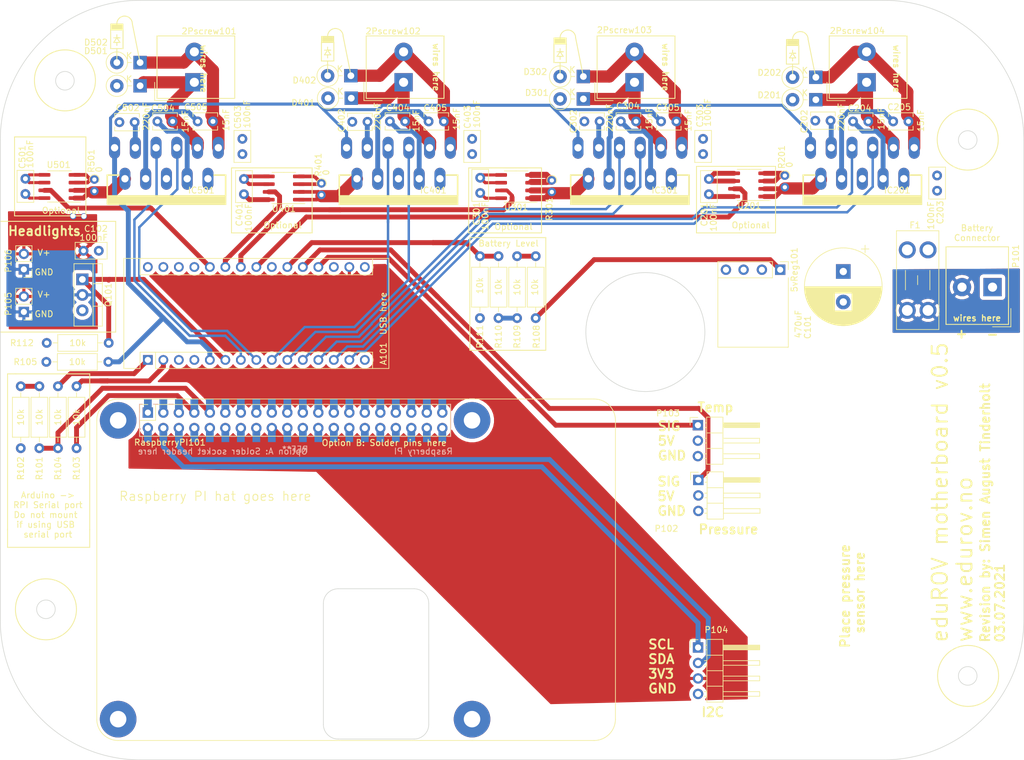
<source format=kicad_pcb>
(kicad_pcb (version 20171130) (host pcbnew "(5.1.10)-1")
  (title_block (comment 1 "Use 2oz copper layer on PCB"))
  (layers (0 F.Cu signal) (1 In1.Cu signal) (2 In2.Cu signal) (31 B.Cu signal) (34 B.Paste user) (35 F.Paste user) (36 B.SilkS user) (37 F.SilkS user) (38 B.Mask user) (39 F.Mask user) (44 Edge.Cuts user))
  (net 0 "")
  (net 1 IO1A)
  (net 2 IO1B)
  (net 3 IO2A)
  (net 4 IO2B)
  (net 5 IO3A)
  (net 6 IO3B)
  (net 7 BattMonitor)
  (net 8 IO_LED)
  (net 9 -Batt)
  (net 10 PressMonitor)
  (net 11 TempMonitor)
  (net 12 IOEN)
  (net 13 +5V)
  (net 14 IO4B)
  (net 15 IO4A)
  (net 16 /Mot1+)
  (net 17 /Mot1-)
  (net 18 /Mot2+)
  (net 19 /Mot2-)
  (net 20 /Mot3+)
  (net 21 /Mot3-)
  (net 22 /Mot4+)
  (net 23 /Mot4-)
  (net 24 +Bat)
  (net 25 "Net-(A101-Pad16)")
  (net 26 "Net-(A101-Pad15)")
  (net 27 "Net-(A101-Pad30)")
  (net 28 "Net-(A101-Pad28)")
  (net 29 Sense4)
  (net 30 Sense3)
  (net 31 Sense2)
  (net 32 Sense1)
  (net 33 "Net-(A101-Pad3)")
  (net 34 "Net-(A101-Pad18)")
  (net 35 "Net-(A101-Pad2)")
  (net 36 "Net-(A101-Pad1)")
  (net 37 "Net-(C204-Pad2)")
  (net 38 "Net-(C304-Pad2)")
  (net 39 "Net-(C404-Pad2)")
  (net 40 "Net-(C504-Pad2)")
  (net 41 "Net-(R101-Pad1)")
  (net 42 "Net-(R108-Pad1)")
  (net 43 "Net-(RaspberryPI101-Pad22)")
  (net 44 "Net-(RaspberryPI101-Pad24)")
  (net 45 "Net-(RaspberryPI101-Pad37)")
  (net 46 "Net-(RaspberryPI101-Pad31)")
  (net 47 "Net-(RaspberryPI101-Pad18)")
  (net 48 "Net-(RaspberryPI101-Pad33)")
  (net 49 "Net-(RaspberryPI101-Pad35)")
  (net 50 "Net-(RaspberryPI101-Pad26)")
  (net 51 "Net-(RaspberryPI101-Pad23)")
  (net 52 "Net-(RaspberryPI101-Pad19)")
  (net 53 "Net-(RaspberryPI101-Pad15)")
  (net 54 "Net-(RaspberryPI101-Pad12)")
  (net 55 "Net-(RaspberryPI101-Pad40)")
  (net 56 "Net-(RaspberryPI101-Pad7)")
  (net 57 "Net-(RaspberryPI101-Pad36)")
  (net 58 "Net-(RaspberryPI101-Pad16)")
  (net 59 "Net-(RaspberryPI101-Pad28)")
  (net 60 "Net-(RaspberryPI101-Pad38)")
  (net 61 "Net-(RaspberryPI101-Pad13)")
  (net 62 "Net-(RaspberryPI101-Pad27)")
  (net 63 "Net-(RaspberryPI101-Pad11)")
  (net 64 "Net-(RaspberryPI101-Pad32)")
  (net 65 "Net-(RaspberryPI101-Pad29)")
  (net 66 "Net-(RaspberryPI101-Pad21)")
  (net 67 "Net-(R101-Pad2)")
  (net 68 "Net-(R103-Pad2)")
  (net 69 "Net-(R109-Pad1)")
  (net 70 "Net-(C202-Pad1)")
  (net 71 "Net-(C205-Pad2)")
  (net 72 "Net-(C302-Pad1)")
  (net 73 "Net-(C305-Pad2)")
  (net 74 "Net-(C402-Pad1)")
  (net 75 "Net-(C405-Pad2)")
  (net 76 "Net-(C502-Pad1)")
  (net 77 "Net-(C505-Pad2)")
  (net 78 "Net-(IC201-Pad10)")
  (net 79 "Net-(IC301-Pad10)")
  (net 80 "Net-(IC401-Pad10)")
  (net 81 "Net-(IC501-Pad10)")
  (net 82 SDA)
  (net 83 SCL)
  (net 84 +3V3)
  (net 85 "Net-(A101-Pad22)")
  (net 86 "Net-(F1-Pad1)")
  (net 87 /LED-)
  (module EduRov:MULTIWATT-11 (layer F.Cu) (at 83.058 63.5 180)
    (fp_text reference IC501 (at -5.717235 -0.635245) (layer F.SilkS) (effects (font (size 1.000386 1.000386))))
    (fp_text value L6203)
    (pad 11 thru_hole oval (at 8.5 6.35 180) (size 1.8 3.6) (drill 1.2) (layers *.Cu *.Mask) (net 12 IOEN))
    (pad 10 thru_hole oval (at 6.8 1.27 180) (size 1.8 3.6) (drill 1.2) (layers *.Cu *.Mask) (net 81 "Net-(IC501-Pad10)"))
    (pad 9 thru_hole oval (at 5.1 6.35 180) (size 1.8 3.6) (drill 1.2) (layers *.Cu *.Mask) (net 76 "Net-(C502-Pad1)"))
    (pad 8 thru_hole oval (at 3.4 1.27 180) (size 1.8 3.6) (drill 1.2) (layers *.Cu *.Mask) (net 77 "Net-(C505-Pad2)"))
    (pad 7 thru_hole oval (at 1.7 6.35 180) (size 1.8 3.6) (drill 1.2) (layers *.Cu *.Mask) (net 2 IO1B))
    (pad 6 thru_hole oval (at 0 1.27 180) (size 1.8 3.6) (drill 1.2) (layers *.Cu *.Mask) (net 9 -Batt))
    (pad 5 thru_hole oval (at -1.7 6.35 180) (size 1.8 3.6) (drill 1.2) (layers *.Cu *.Mask) (net 1 IO1A))
    (pad 4 thru_hole oval (at -3.4 1.27 180) (size 1.8 3.6) (drill 1.2) (layers *.Cu *.Mask) (net 40 "Net-(C504-Pad2)"))
    (pad 3 thru_hole oval (at -5.1 6.35 180) (size 1.8 3.6) (drill 1.2) (layers *.Cu *.Mask) (net 17 /Mot1-))
    (pad 2 thru_hole oval (at -6.8 1.27 180) (size 1.8 3.6) (drill 1.2) (layers *.Cu *.Mask) (net 24 +Bat))
    (pad 1 thru_hole oval (at -8.5 6.35 180) (size 1.8 3.6) (drill 1.2) (layers *.Cu *.Mask) (net 16 /Mot1+))
  )
  (module EduRov:MULTIWATT-11 (layer F.Cu) (at 121.08 63.5 180)
    (fp_text reference IC401 (at -5.717235 -0.635245) (layer F.SilkS) (effects (font (size 1.000386 1.000386))))
    (fp_text value L6203)
    (pad 11 thru_hole oval (at 8.5 6.35 180) (size 1.8 3.6) (drill 1.2) (layers *.Cu *.Mask) (net 12 IOEN))
    (pad 10 thru_hole oval (at 6.8 1.27 180) (size 1.8 3.6) (drill 1.2) (layers *.Cu *.Mask) (net 80 "Net-(IC401-Pad10)"))
    (pad 9 thru_hole oval (at 5.1 6.35 180) (size 1.8 3.6) (drill 1.2) (layers *.Cu *.Mask) (net 74 "Net-(C402-Pad1)"))
    (pad 8 thru_hole oval (at 3.4 1.27 180) (size 1.8 3.6) (drill 1.2) (layers *.Cu *.Mask) (net 75 "Net-(C405-Pad2)"))
    (pad 7 thru_hole oval (at 1.7 6.35 180) (size 1.8 3.6) (drill 1.2) (layers *.Cu *.Mask) (net 4 IO2B))
    (pad 6 thru_hole oval (at 0 1.27 180) (size 1.8 3.6) (drill 1.2) (layers *.Cu *.Mask) (net 9 -Batt))
    (pad 5 thru_hole oval (at -1.7 6.35 180) (size 1.8 3.6) (drill 1.2) (layers *.Cu *.Mask) (net 3 IO2A))
    (pad 4 thru_hole oval (at -3.4 1.27 180) (size 1.8 3.6) (drill 1.2) (layers *.Cu *.Mask) (net 39 "Net-(C404-Pad2)"))
    (pad 3 thru_hole oval (at -5.1 6.35 180) (size 1.8 3.6) (drill 1.2) (layers *.Cu *.Mask) (net 19 /Mot2-))
    (pad 2 thru_hole oval (at -6.8 1.27 180) (size 1.8 3.6) (drill 1.2) (layers *.Cu *.Mask) (net 24 +Bat))
    (pad 1 thru_hole oval (at -8.5 6.35 180) (size 1.8 3.6) (drill 1.2) (layers *.Cu *.Mask) (net 18 /Mot2+))
  )
  (module EduRov:MULTIWATT-11 (layer F.Cu) (at 159.004 63.5 180)
    (fp_text reference IC301 (at -5.717235 -0.635245) (layer F.SilkS) (effects (font (size 1.000386 1.000386))))
    (fp_text value L6203)
    (pad 11 thru_hole oval (at 8.5 6.35 180) (size 1.8 3.6) (drill 1.2) (layers *.Cu *.Mask) (net 12 IOEN))
    (pad 10 thru_hole oval (at 6.8 1.27 180) (size 1.8 3.6) (drill 1.2) (layers *.Cu *.Mask) (net 79 "Net-(IC301-Pad10)"))
    (pad 9 thru_hole oval (at 5.1 6.35 180) (size 1.8 3.6) (drill 1.2) (layers *.Cu *.Mask) (net 72 "Net-(C302-Pad1)"))
    (pad 8 thru_hole oval (at 3.4 1.27 180) (size 1.8 3.6) (drill 1.2) (layers *.Cu *.Mask) (net 73 "Net-(C305-Pad2)"))
    (pad 7 thru_hole oval (at 1.7 6.35 180) (size 1.8 3.6) (drill 1.2) (layers *.Cu *.Mask) (net 6 IO3B))
    (pad 6 thru_hole oval (at 0 1.27 180) (size 1.8 3.6) (drill 1.2) (layers *.Cu *.Mask) (net 9 -Batt))
    (pad 5 thru_hole oval (at -1.7 6.35 180) (size 1.8 3.6) (drill 1.2) (layers *.Cu *.Mask) (net 5 IO3A))
    (pad 4 thru_hole oval (at -3.4 1.27 180) (size 1.8 3.6) (drill 1.2) (layers *.Cu *.Mask) (net 38 "Net-(C304-Pad2)"))
    (pad 3 thru_hole oval (at -5.1 6.35 180) (size 1.8 3.6) (drill 1.2) (layers *.Cu *.Mask) (net 21 /Mot3-))
    (pad 2 thru_hole oval (at -6.8 1.27 180) (size 1.8 3.6) (drill 1.2) (layers *.Cu *.Mask) (net 24 +Bat))
    (pad 1 thru_hole oval (at -8.5 6.35 180) (size 1.8 3.6) (drill 1.2) (layers *.Cu *.Mask) (net 20 /Mot3+))
  )
  (module EduRov:MULTIWATT-11 (layer F.Cu) (at 197.104 63.5 180)
    (fp_text reference IC201 (at -5.717235 -0.635245) (layer F.SilkS) (effects (font (size 1.000386 1.000386))))
    (fp_text value L6203)
    (pad 11 thru_hole oval (at 8.5 6.35 180) (size 1.8 3.6) (drill 1.2) (layers *.Cu *.Mask) (net 12 IOEN))
    (pad 10 thru_hole oval (at 6.8 1.27 180) (size 1.8 3.6) (drill 1.2) (layers *.Cu *.Mask) (net 78 "Net-(IC201-Pad10)"))
    (pad 9 thru_hole oval (at 5.1 6.35 180) (size 1.8 3.6) (drill 1.2) (layers *.Cu *.Mask) (net 70 "Net-(C202-Pad1)"))
    (pad 8 thru_hole oval (at 3.4 1.27 180) (size 1.8 3.6) (drill 1.2) (layers *.Cu *.Mask) (net 71 "Net-(C205-Pad2)"))
    (pad 7 thru_hole oval (at 1.7 6.35 180) (size 1.8 3.6) (drill 1.2) (layers *.Cu *.Mask) (net 14 IO4B))
    (pad 6 thru_hole oval (at 0 1.27 180) (size 1.8 3.6) (drill 1.2) (layers *.Cu *.Mask) (net 9 -Batt))
    (pad 5 thru_hole oval (at -1.7 6.35 180) (size 1.8 3.6) (drill 1.2) (layers *.Cu *.Mask) (net 15 IO4A))
    (pad 4 thru_hole oval (at -3.4 1.27 180) (size 1.8 3.6) (drill 1.2) (layers *.Cu *.Mask) (net 37 "Net-(C204-Pad2)"))
    (pad 3 thru_hole oval (at -5.1 6.35 180) (size 1.8 3.6) (drill 1.2) (layers *.Cu *.Mask) (net 23 /Mot4-))
    (pad 2 thru_hole oval (at -6.8 1.27 180) (size 1.8 3.6) (drill 1.2) (layers *.Cu *.Mask) (net 24 +Bat))
    (pad 1 thru_hole oval (at -8.5 6.35 180) (size 1.8 3.6) (drill 1.2) (layers *.Cu *.Mask) (net 22 /Mot4+))
  )
  (module Connector_PinHeader_2.54mm:PinHeader_1x02_P2.54mm_Vertical (layer F.Cu) (at 59.69 77.089 180)
    (fp_text reference P106 (at 2.54 1.397 90) (layer F.SilkS))
    (fp_text value HeadLight)
    (pad 2 thru_hole oval (at 0 2.54 180) (size 1.7 1.7) (drill 1) (layers *.Cu *.Mask) (net 24 +Bat))
    (pad 1 thru_hole rect (at 0 0 180) (size 1.7 1.7) (drill 1) (layers *.Cu *.Mask) (net 87 /LED-))
  )
  (module Connector_PinHeader_2.54mm:PinHeader_1x02_P2.54mm_Vertical (layer F.Cu) (at 59.69 84.074 180)
    (fp_text reference P105 (at 2.54 1.313999 90) (layer F.SilkS))
    (fp_text value HeadLight)
    (pad 2 thru_hole oval (at 0 2.54 180) (size 1.7 1.7) (drill 1) (layers *.Cu *.Mask) (net 24 +Bat))
    (pad 1 thru_hole rect (at 0 0 180) (size 1.7 1.7) (drill 1) (layers *.Cu *.Mask) (net 87 /LED-))
  )
  (module EduRov:iFlight_Micro (layer F.Cu) (at 183.642 77.1525 270)
    (fp_text reference 5vReg101 (at 0 -2.33 90) (layer F.SilkS))
    (fp_text value Conn_01x04)
    (pad 4 thru_hole oval (at 0 8.89 270) (size 1.7 1.7) (drill 1) (layers *.Cu *.Mask) (net 13 +5V))
    (pad 3 thru_hole oval (at 0 6 270) (size 1.7 1.7) (drill 1) (layers *.Cu *.Mask) (net 9 -Batt))
    (pad 2 thru_hole oval (at 0 3 270) (size 1.7 1.7) (drill 1) (layers *.Cu *.Mask) (net 9 -Batt))
    (pad 1 thru_hole rect (at 0 0 270) (size 1.7 1.7) (drill 1) (layers *.Cu *.Mask) (net 24 +Bat))
  )
  (module Connector_PinHeader_2.54mm:PinHeader_1x04_P2.54mm_Horizontal (layer F.Cu) (at 170.18 139.1031)
    (fp_text reference P104 (at 3 -2.9) (layer F.SilkS))
    (fp_text value "Ext press")
    (pad 4 thru_hole oval (at 0 7.62) (size 1.7 1.7) (drill 1) (layers *.Cu *.Mask) (net 9 -Batt))
    (pad 3 thru_hole oval (at 0 5.08) (size 1.7 1.7) (drill 1) (layers *.Cu *.Mask) (net 84 +3V3))
    (pad 2 thru_hole oval (at 0 2.54) (size 1.7 1.7) (drill 1) (layers *.Cu *.Mask) (net 82 SDA))
    (pad 1 thru_hole rect (at 0 0) (size 1.7 1.7) (drill 1) (layers *.Cu *.Mask) (net 83 SCL))
  )
  (module Connector_PinHeader_2.54mm:PinHeader_1x03_P2.54mm_Horizontal (layer F.Cu) (at 170.1546 102.648)
    (fp_text reference P103 (at -4.9022 -1.9624) (layer F.SilkS))
    (fp_text value "Ext press")
    (pad 3 thru_hole oval (at 0 5.08) (size 1.7 1.7) (drill 1) (layers *.Cu *.Mask) (net 9 -Batt))
    (pad 2 thru_hole oval (at 0 2.54) (size 1.7 1.7) (drill 1) (layers *.Cu *.Mask) (net 13 +5V))
    (pad 1 thru_hole rect (at 0 0) (size 1.7 1.7) (drill 1) (layers *.Cu *.Mask) (net 11 TempMonitor))
  )
  (module Connector_PinHeader_2.54mm:PinHeader_1x03_P2.54mm_Horizontal (layer F.Cu) (at 170.2308 111.633)
    (fp_text reference P102 (at -5.2324 7.9756) (layer F.SilkS))
    (fp_text value "Ext press")
    (pad 3 thru_hole oval (at 0 5.08) (size 1.7 1.7) (drill 1) (layers *.Cu *.Mask) (net 9 -Batt))
    (pad 2 thru_hole oval (at 0 2.54) (size 1.7 1.7) (drill 1) (layers *.Cu *.Mask) (net 13 +5V))
    (pad 1 thru_hole rect (at 0 0) (size 1.7 1.7) (drill 1) (layers *.Cu *.Mask) (net 10 PressMonitor))
  )
  (module Fuse:Fuseholder_Blade_Mini_Keystone_3568 (layer F.Cu) (at 204.47 83.82 90)
    (fp_text reference F1 (at 13.97 1.27 180) (layer F.SilkS))
    (fp_text value Fuse)
    (pad 2 thru_hole circle (at 9.92 3.4 90) (size 2.78 2.78) (drill 1.78) (layers *.Cu *.Mask) (net 24 +Bat))
    (pad 2 thru_hole circle (at 9.92 0 90) (size 2.78 2.78) (drill 1.78) (layers *.Cu *.Mask) (net 24 +Bat))
    (pad 1 thru_hole circle (at 0 3.4 90) (size 2.78 2.78) (drill 1.78) (layers *.Cu *.Mask) (net 86 "Net-(F1-Pad1)"))
    (pad 1 thru_hole circle (at 0 0 90) (size 2.78 2.78) (drill 1.78) (layers *.Cu *.Mask) (net 86 "Net-(F1-Pad1)"))
  )
  (module EduRov:RaspBerry_PI (layer F.Cu) (at 104.14 101.854)
    (fp_text reference RaspberryPI101 (at -20.5105 3.6195) (layer F.SilkS))
    (fp_text value Raspberry_Pi_2_3)
    (fp_text user "Raspberry PI" (at 21.0185 5.08) (layer B.SilkS) (effects (justify mirror)))
    (fp_text user REF** (at 0 4.76) (layer B.SilkS) (effects (justify mirror)))
    (pad 3 smd rect (at -21.59 2.72) (size 1.27 1.68) (layers B.Cu B.Paste B.Mask) (net 83 SCL))
    (pad 11 smd rect (at -11.43 2.72) (size 1.27 1.68) (layers B.Cu B.Paste B.Mask) (net 63 "Net-(RaspberryPI101-Pad11)"))
    (pad 23 smd rect (at 3.81 2.72) (size 1.27 1.68) (layers B.Cu B.Paste B.Mask) (net 51 "Net-(RaspberryPI101-Pad23)"))
    (pad 1 smd rect (at -24.13 2.72) (size 1.27 1.68) (layers B.Cu B.Paste B.Mask) (net 84 +3V3))
    (pad 17 smd rect (at -3.81 2.72) (size 1.27 1.68) (layers B.Cu B.Paste B.Mask) (net 84 +3V3))
    (pad 21 smd rect (at 1.27 2.72) (size 1.27 1.68) (layers B.Cu B.Paste B.Mask) (net 66 "Net-(RaspberryPI101-Pad21)"))
    (pad 27 smd rect (at 8.89 2.72) (size 1.27 1.68) (layers B.Cu B.Paste B.Mask) (net 62 "Net-(RaspberryPI101-Pad27)"))
    (pad 29 smd rect (at 11.43 2.72) (size 1.27 1.68) (layers B.Cu B.Paste B.Mask) (net 65 "Net-(RaspberryPI101-Pad29)"))
    (pad 31 smd rect (at 13.97 2.72) (size 1.27 1.68) (layers B.Cu B.Paste B.Mask) (net 46 "Net-(RaspberryPI101-Pad31)"))
    (pad 9 smd rect (at -13.97 2.72) (size 1.27 1.68) (layers B.Cu B.Paste B.Mask) (net 9 -Batt))
    (pad 25 smd rect (at 6.35 2.72) (size 1.27 1.68) (layers B.Cu B.Paste B.Mask) (net 9 -Batt))
    (pad 33 smd rect (at 16.51 2.72) (size 1.27 1.68) (layers B.Cu B.Paste B.Mask) (net 48 "Net-(RaspberryPI101-Pad33)"))
    (pad 35 smd rect (at 19.05 2.72) (size 1.27 1.68) (layers B.Cu B.Paste B.Mask) (net 49 "Net-(RaspberryPI101-Pad35)"))
    (pad 37 smd rect (at 21.59 2.72) (size 1.27 1.68) (layers B.Cu B.Paste B.Mask) (net 45 "Net-(RaspberryPI101-Pad37)"))
    (pad 39 smd rect (at 24.13 2.72) (size 1.27 1.68) (layers B.Cu B.Paste B.Mask) (net 9 -Batt))
    (pad 7 smd rect (at -16.51 2.72) (size 1.27 1.68) (layers B.Cu B.Paste B.Mask) (net 56 "Net-(RaspberryPI101-Pad7)"))
    (pad 13 smd rect (at -8.89 2.72) (size 1.27 1.68) (layers B.Cu B.Paste B.Mask) (net 61 "Net-(RaspberryPI101-Pad13)"))
    (pad 15 smd rect (at -6.35 2.72) (size 1.27 1.68) (layers B.Cu B.Paste B.Mask) (net 53 "Net-(RaspberryPI101-Pad15)"))
    (pad 5 smd rect (at -19.05 2.72) (size 1.27 1.68) (layers B.Cu B.Paste B.Mask) (net 82 SDA))
    (pad 19 smd rect (at -1.27 2.72) (size 1.27 1.68) (layers B.Cu B.Paste B.Mask) (net 52 "Net-(RaspberryPI101-Pad19)"))
    (pad 20 smd rect (at -1.27 -2.72) (size 1.27 1.68) (layers B.Cu B.Paste B.Mask) (net 9 -Batt))
    (pad 22 smd rect (at 1.27 -2.72) (size 1.27 1.68) (layers B.Cu B.Paste B.Mask) (net 43 "Net-(RaspberryPI101-Pad22)"))
    (pad 30 smd rect (at 11.43 -2.72) (size 1.27 1.68) (layers B.Cu B.Paste B.Mask) (net 9 -Batt))
    (pad 34 smd rect (at 16.51 -2.72) (size 1.27 1.68) (layers B.Cu B.Paste B.Mask) (net 9 -Batt))
    (pad 16 smd rect (at -6.35 -2.72) (size 1.27 1.68) (layers B.Cu B.Paste B.Mask) (net 58 "Net-(RaspberryPI101-Pad16)"))
    (pad 40 smd rect (at 24.13 -2.72) (size 1.27 1.68) (layers B.Cu B.Paste B.Mask) (net 55 "Net-(RaspberryPI101-Pad40)"))
    (pad 8 smd rect (at -16.51 -2.72) (size 1.27 1.68) (layers B.Cu B.Paste B.Mask) (net 68 "Net-(R103-Pad2)"))
    (pad 24 smd rect (at 3.81 -2.72) (size 1.27 1.68) (layers B.Cu B.Paste B.Mask) (net 44 "Net-(RaspberryPI101-Pad24)"))
    (pad 38 smd rect (at 21.59 -2.72) (size 1.27 1.68) (layers B.Cu B.Paste B.Mask) (net 60 "Net-(RaspberryPI101-Pad38)"))
    (pad 6 smd rect (at -19.05 -2.72) (size 1.27 1.68) (layers B.Cu B.Paste B.Mask) (net 9 -Batt))
    (pad 26 smd rect (at 6.35 -2.72) (size 1.27 1.68) (layers B.Cu B.Paste B.Mask) (net 50 "Net-(RaspberryPI101-Pad26)"))
    (pad 32 smd rect (at 13.97 -2.72) (size 1.27 1.68) (layers B.Cu B.Paste B.Mask) (net 64 "Net-(RaspberryPI101-Pad32)"))
    (pad 12 smd rect (at -11.43 -2.72) (size 1.27 1.68) (layers B.Cu B.Paste B.Mask) (net 54 "Net-(RaspberryPI101-Pad12)"))
    (pad 2 smd rect (at -24.13 -2.72) (size 1.27 1.68) (layers B.Cu B.Paste B.Mask) (net 13 +5V))
    (pad 18 smd rect (at -3.81 -2.72) (size 1.27 1.68) (layers B.Cu B.Paste B.Mask) (net 47 "Net-(RaspberryPI101-Pad18)"))
    (pad 14 smd rect (at -8.89 -2.72) (size 1.27 1.68) (layers B.Cu B.Paste B.Mask) (net 9 -Batt))
    (pad 36 smd rect (at 19.05 -2.72) (size 1.27 1.68) (layers B.Cu B.Paste B.Mask) (net 57 "Net-(RaspberryPI101-Pad36)"))
    (pad 28 smd rect (at 8.89 -2.72) (size 1.27 1.68) (layers B.Cu B.Paste B.Mask) (net 59 "Net-(RaspberryPI101-Pad28)"))
    (pad 10 smd rect (at -13.97 -2.72) (size 1.27 1.68) (layers B.Cu B.Paste B.Mask) (net 67 "Net-(R101-Pad2)"))
    (pad 4 smd rect (at -21.59 -2.72) (size 1.27 1.68) (layers B.Cu B.Paste B.Mask) (net 13 +5V))
    (pad 21 thru_hole oval (at 1.27 1.27 90) (size 1.7 1.7) (drill 1) (layers *.Cu *.Mask) (net 66 "Net-(RaspberryPI101-Pad21)"))
    (pad 29 thru_hole oval (at 11.43 1.27 90) (size 1.7 1.7) (drill 1) (layers *.Cu *.Mask) (net 65 "Net-(RaspberryPI101-Pad29)"))
    (pad 23 thru_hole oval (at 3.81 1.27 90) (size 1.7 1.7) (drill 1) (layers *.Cu *.Mask) (net 51 "Net-(RaspberryPI101-Pad23)"))
    (pad 38 thru_hole oval (at 21.59 -1.27 90) (size 1.7 1.7) (drill 1) (layers *.Cu *.Mask) (net 60 "Net-(RaspberryPI101-Pad38)"))
    (pad 2 thru_hole rect (at -24.13 -1.27 90) (size 1.7 1.7) (drill 1) (layers *.Cu *.Mask) (net 13 +5V))
    (pad 32 thru_hole oval (at 13.97 -1.27 90) (size 1.7 1.7) (drill 1) (layers *.Cu *.Mask) (net 64 "Net-(RaspberryPI101-Pad32)"))
    (pad 40 thru_hole oval (at 24.13 -1.27 90) (size 1.7 1.7) (drill 1) (layers *.Cu *.Mask) (net 55 "Net-(RaspberryPI101-Pad40)"))
    (pad 17 thru_hole oval (at -3.81 1.27 90) (size 1.7 1.7) (drill 1) (layers *.Cu *.Mask) (net 84 +3V3))
    (pad 34 thru_hole oval (at 16.51 -1.27 90) (size 1.7 1.7) (drill 1) (layers *.Cu *.Mask) (net 9 -Batt))
    (pad 6 thru_hole oval (at -19.05 -1.27 90) (size 1.7 1.7) (drill 1) (layers *.Cu *.Mask) (net 9 -Batt))
    (pad 33 thru_hole oval (at 16.51 1.27 90) (size 1.7 1.7) (drill 1) (layers *.Cu *.Mask) (net 48 "Net-(RaspberryPI101-Pad33)"))
    (pad 3 thru_hole oval (at -21.59 1.27 90) (size 1.7 1.7) (drill 1) (layers *.Cu *.Mask) (net 83 SCL))
    (pad 4 thru_hole oval (at -21.59 -1.27 90) (size 1.7 1.7) (drill 1) (layers *.Cu *.Mask) (net 13 +5V))
    (pad 13 thru_hole oval (at -8.89 1.27 90) (size 1.7 1.7) (drill 1) (layers *.Cu *.Mask) (net 61 "Net-(RaspberryPI101-Pad13)"))
    (pad "" thru_hole circle (at 29 0 180) (size 6 6) (drill 2.7) (layers *.Cu *.Mask))
    (pad 19 thru_hole oval (at -1.27 1.27 90) (size 1.7 1.7) (drill 1) (layers *.Cu *.Mask) (net 52 "Net-(RaspberryPI101-Pad19)"))
    (pad 36 thru_hole oval (at 19.05 -1.27 90) (size 1.7 1.7) (drill 1) (layers *.Cu *.Mask) (net 57 "Net-(RaspberryPI101-Pad36)"))
    (pad 25 thru_hole oval (at 6.35 1.27 90) (size 1.7 1.7) (drill 1) (layers *.Cu *.Mask) (net 9 -Batt))
    (pad 24 thru_hole oval (at 3.81 -1.27 90) (size 1.7 1.7) (drill 1) (layers *.Cu *.Mask) (net 44 "Net-(RaspberryPI101-Pad24)"))
    (pad 26 thru_hole oval (at 6.35 -1.27 90) (size 1.7 1.7) (drill 1) (layers *.Cu *.Mask) (net 50 "Net-(RaspberryPI101-Pad26)"))
    (pad 20 thru_hole oval (at -1.27 -1.27 90) (size 1.7 1.7) (drill 1) (layers *.Cu *.Mask) (net 9 -Batt))
    (pad 16 thru_hole oval (at -6.35 -1.27 90) (size 1.7 1.7) (drill 1) (layers *.Cu *.Mask) (net 58 "Net-(RaspberryPI101-Pad16)"))
    (pad 7 thru_hole oval (at -16.51 1.27 90) (size 1.7 1.7) (drill 1) (layers *.Cu *.Mask) (net 56 "Net-(RaspberryPI101-Pad7)"))
    (pad 11 thru_hole oval (at -11.43 1.27 90) (size 1.7 1.7) (drill 1) (layers *.Cu *.Mask) (net 63 "Net-(RaspberryPI101-Pad11)"))
    (pad "" thru_hole circle (at -29 49) (size 6 6) (drill 2.7) (layers *.Cu *.Mask))
    (pad 39 thru_hole oval (at 24.13 1.27 90) (size 1.7 1.7) (drill 1) (layers *.Cu *.Mask) (net 9 -Batt))
    (pad "" thru_hole circle (at -29 0) (size 6 6) (drill 2.7) (layers *.Cu *.Mask))
    (pad 8 thru_hole oval (at -16.51 -1.27 90) (size 1.7 1.7) (drill 1) (layers *.Cu *.Mask) (net 68 "Net-(R103-Pad2)"))
    (pad 10 thru_hole oval (at -13.97 -1.27 90) (size 1.7 1.7) (drill 1) (layers *.Cu *.Mask) (net 67 "Net-(R101-Pad2)"))
    (pad 35 thru_hole oval (at 19.05 1.27 90) (size 1.7 1.7) (drill 1) (layers *.Cu *.Mask) (net 49 "Net-(RaspberryPI101-Pad35)"))
    (pad 15 thru_hole oval (at -6.35 1.27 90) (size 1.7 1.7) (drill 1) (layers *.Cu *.Mask) (net 53 "Net-(RaspberryPI101-Pad15)"))
    (pad 5 thru_hole oval (at -19.05 1.27 90) (size 1.7 1.7) (drill 1) (layers *.Cu *.Mask) (net 82 SDA))
    (pad 27 thru_hole oval (at 8.89 1.27 90) (size 1.7 1.7) (drill 1) (layers *.Cu *.Mask) (net 62 "Net-(RaspberryPI101-Pad27)"))
    (pad 37 thru_hole oval (at 21.59 1.27 90) (size 1.7 1.7) (drill 1) (layers *.Cu *.Mask) (net 45 "Net-(RaspberryPI101-Pad37)"))
    (pad 14 thru_hole oval (at -8.89 -1.27 90) (size 1.7 1.7) (drill 1) (layers *.Cu *.Mask) (net 9 -Batt))
    (pad 28 thru_hole oval (at 8.89 -1.27 90) (size 1.7 1.7) (drill 1) (layers *.Cu *.Mask) (net 59 "Net-(RaspberryPI101-Pad28)"))
    (pad 1 thru_hole oval (at -24.13 1.27 90) (size 1.7 1.7) (drill 1) (layers *.Cu *.Mask) (net 84 +3V3))
    (pad 18 thru_hole oval (at -3.81 -1.27 90) (size 1.7 1.7) (drill 1) (layers *.Cu *.Mask) (net 47 "Net-(RaspberryPI101-Pad18)"))
    (pad 12 thru_hole oval (at -11.43 -1.27 90) (size 1.7 1.7) (drill 1) (layers *.Cu *.Mask) (net 54 "Net-(RaspberryPI101-Pad12)"))
    (pad "" thru_hole circle (at 29 49 180) (size 6 6) (drill 2.7) (layers *.Cu *.Mask))
    (pad 31 thru_hole oval (at 13.97 1.27 90) (size 1.7 1.7) (drill 1) (layers *.Cu *.Mask) (net 46 "Net-(RaspberryPI101-Pad31)"))
    (pad 9 thru_hole oval (at -13.97 1.27 90) (size 1.7 1.7) (drill 1) (layers *.Cu *.Mask) (net 9 -Batt))
    (pad 30 thru_hole oval (at 11.43 -1.27 90) (size 1.7 1.7) (drill 1) (layers *.Cu *.Mask) (net 9 -Batt))
    (pad 22 thru_hole oval (at 1.27 -1.27 90) (size 1.7 1.7) (drill 1) (layers *.Cu *.Mask) (net 43 "Net-(RaspberryPI101-Pad22)"))
  )
  (module Package_TO_SOT_THT:TO-220-3_Vertical (layer F.Cu) (at 69.2785 78.74 270)
    (fp_text reference Q101 (at 2.54 -4.27 90) (layer F.SilkS))
    (fp_text value IRL540NPBF)
    (pad 3 thru_hole oval (at 5.08 0 270) (size 1.905 2) (drill 1.1) (layers *.Cu *.Mask) (net 9 -Batt))
    (pad 2 thru_hole oval (at 2.54 0 270) (size 1.905 2) (drill 1.1) (layers *.Cu *.Mask) (net 87 /LED-))
    (pad 1 thru_hole rect (at 0 0 270) (size 1.905 2) (drill 1.1) (layers *.Cu *.Mask) (net 8 IO_LED))
  )
  (module TerminalBlock_Altech:Altech_AK300_1x02_P5.00mm_45-Degree (layer F.Cu) (at 197.8025 46.4185 90)
    (fp_text reference 2Pscrew104 (at 8.4455 -1.524 180) (layer F.SilkS))
    (fp_text value "Channel 4")
    (pad 2 thru_hole circle (at 5 0 90) (size 3 3) (drill 1.5) (layers *.Cu *.Mask) (net 22 /Mot4+))
    (pad 1 thru_hole rect (at 0 0 90) (size 3 3) (drill 1.5) (layers *.Cu *.Mask) (net 23 /Mot4-))
  )
  (module TerminalBlock_Altech:Altech_AK300_1x02_P5.00mm_45-Degree (layer F.Cu) (at 159.766 46.4185 90)
    (fp_text reference 2Pscrew103 (at 8.5725 -1.651 180) (layer F.SilkS))
    (fp_text value "Channel 3")
    (pad 2 thru_hole circle (at 5 0 90) (size 3 3) (drill 1.5) (layers *.Cu *.Mask) (net 20 /Mot3+))
    (pad 1 thru_hole rect (at 0 0 90) (size 3 3) (drill 1.5) (layers *.Cu *.Mask) (net 21 /Mot3-))
  )
  (module TerminalBlock_Altech:Altech_AK300_1x02_P5.00mm_45-Degree (layer F.Cu) (at 121.92 46.4185 90)
    (fp_text reference 2Pscrew102 (at 8.382 -1.7145 180) (layer F.SilkS))
    (fp_text value "Channel 2")
    (pad 2 thru_hole circle (at 5 0 90) (size 3 3) (drill 1.5) (layers *.Cu *.Mask) (net 18 /Mot2+))
    (pad 1 thru_hole rect (at 0 0 90) (size 3 3) (drill 1.5) (layers *.Cu *.Mask) (net 19 /Mot2-))
  )
  (module TerminalBlock_Altech:Altech_AK300_1x02_P5.00mm_45-Degree (layer F.Cu) (at 87.63 46.4185 90)
    (fp_text reference 2Pscrew101 (at 8.382 2.413 180) (layer F.SilkS))
    (fp_text value "Channel 1")
    (pad 2 thru_hole circle (at 5 0 90) (size 3 3) (drill 1.5) (layers *.Cu *.Mask) (net 16 /Mot1+))
    (pad 1 thru_hole rect (at 0 0 90) (size 3 3) (drill 1.5) (layers *.Cu *.Mask) (net 17 /Mot1-))
  )
  (module Resistor_THT:R_Axial_DIN0207_L6.3mm_D2.5mm_P10.16mm_Horizontal (layer F.Cu) (at 63.4365 89.154)
    (fp_text reference R112 (at -4.064 0) (layer F.SilkS))
    (fp_text value 10k (at 5.08 0) (layer F.SilkS))
    (pad 2 thru_hole oval (at 10.16 0) (size 1.6 1.6) (drill 0.8) (layers *.Cu *.Mask) (net 8 IO_LED))
    (pad 1 thru_hole circle (at 0 0) (size 1.6 1.6) (drill 0.8) (layers *.Cu *.Mask) (net 9 -Batt))
  )
  (module Resistor_THT:R_Axial_DIN0207_L6.3mm_D2.5mm_P10.16mm_Horizontal (layer F.Cu) (at 134.4295 85.09 90)
    (fp_text reference R111 (at -3.048 0 90) (layer F.SilkS))
    (fp_text value 10k (at 5.334 0 90) (layer F.SilkS))
    (pad 2 thru_hole oval (at 10.16 0 90) (size 1.6 1.6) (drill 0.8) (layers *.Cu *.Mask) (net 7 BattMonitor))
    (pad 1 thru_hole circle (at 0 0 90) (size 1.6 1.6) (drill 0.8) (layers *.Cu *.Mask) (net 9 -Batt))
  )
  (module Resistor_THT:R_Axial_DIN0207_L6.3mm_D2.5mm_P10.16mm_Horizontal (layer F.Cu) (at 137.4775 74.93 270)
    (fp_text reference R110 (at 13.208 0 90) (layer F.SilkS))
    (fp_text value 10k (at 5.08 0 90) (layer F.SilkS))
    (pad 2 thru_hole oval (at 10.16 0 270) (size 1.6 1.6) (drill 0.8) (layers *.Cu *.Mask) (net 69 "Net-(R109-Pad1)"))
    (pad 1 thru_hole circle (at 0 0 270) (size 1.6 1.6) (drill 0.8) (layers *.Cu *.Mask) (net 7 BattMonitor))
  )
  (module Resistor_THT:R_Axial_DIN0207_L6.3mm_D2.5mm_P10.16mm_Horizontal (layer F.Cu) (at 140.5255 85.09 90)
    (fp_text reference R109 (at -3.048 0 90) (layer F.SilkS))
    (fp_text value 10k (at 5.08 0 90) (layer F.SilkS))
    (pad 2 thru_hole oval (at 10.16 0 90) (size 1.6 1.6) (drill 0.8) (layers *.Cu *.Mask) (net 42 "Net-(R108-Pad1)"))
    (pad 1 thru_hole circle (at 0 0 90) (size 1.6 1.6) (drill 0.8) (layers *.Cu *.Mask) (net 69 "Net-(R109-Pad1)"))
  )
  (module Resistor_THT:R_Axial_DIN0207_L6.3mm_D2.5mm_P10.16mm_Horizontal (layer F.Cu) (at 143.5735 74.93 270)
    (fp_text reference R108 (at 13.208 -0.127 90) (layer F.SilkS))
    (fp_text value 10k (at 5.08 0.127 90) (layer F.SilkS))
    (pad 2 thru_hole oval (at 10.16 0 270) (size 1.6 1.6) (drill 0.8) (layers *.Cu *.Mask) (net 24 +Bat))
    (pad 1 thru_hole circle (at 0 0 270) (size 1.6 1.6) (drill 0.8) (layers *.Cu *.Mask) (net 42 "Net-(R108-Pad1)"))
  )
  (module Resistor_THT:R_Axial_DIN0207_L6.3mm_D2.5mm_P10.16mm_Horizontal (layer F.Cu) (at 63.373 92.2655)
    (fp_text reference R105 (at -3.429 0) (layer F.SilkS))
    (fp_text value 10k (at 5.08 0) (layer F.SilkS))
    (pad 2 thru_hole oval (at 10.16 0) (size 1.6 1.6) (drill 0.8) (layers *.Cu *.Mask) (net 12 IOEN))
    (pad 1 thru_hole circle (at 0 0) (size 1.6 1.6) (drill 0.8) (layers *.Cu *.Mask) (net 9 -Batt))
  )
  (module Resistor_THT:R_Axial_DIN0207_L6.3mm_D2.5mm_P10.16mm_Horizontal (layer F.Cu) (at 65.278 106.426 90)
    (fp_text reference R104 (at -3.302 0 90) (layer F.SilkS))
    (fp_text value 10k (at 5.08 0 90) (layer F.SilkS))
    (pad 2 thru_hole oval (at 10.16 0 90) (size 1.6 1.6) (drill 0.8) (layers *.Cu *.Mask) (net 36 "Net-(A101-Pad1)"))
    (pad 1 thru_hole circle (at 0 0 90) (size 1.6 1.6) (drill 0.8) (layers *.Cu *.Mask) (net 67 "Net-(R101-Pad2)"))
  )
  (module Resistor_THT:R_Axial_DIN0207_L6.3mm_D2.5mm_P10.16mm_Horizontal (layer F.Cu) (at 68.326 96.266 270)
    (fp_text reference R103 (at 13.462 0 90) (layer F.SilkS))
    (fp_text value 10k (at 5.08 0 90) (layer F.SilkS))
    (pad 2 thru_hole oval (at 10.16 0 270) (size 1.6 1.6) (drill 0.8) (layers *.Cu *.Mask) (net 68 "Net-(R103-Pad2)"))
    (pad 1 thru_hole circle (at 0 0 270) (size 1.6 1.6) (drill 0.8) (layers *.Cu *.Mask) (net 35 "Net-(A101-Pad2)"))
  )
  (module Resistor_THT:R_Axial_DIN0207_L6.3mm_D2.5mm_P10.16mm_Horizontal (layer F.Cu) (at 59.182 106.426 90)
    (fp_text reference R102 (at -3.302 0 90) (layer F.SilkS))
    (fp_text value 10k (at 5.08 0 90) (layer F.SilkS))
    (fp_text user %R (at -3.302 0 90) (layer F.SilkS))
    (pad 2 thru_hole oval (at 10.16 0 90) (size 1.6 1.6) (drill 0.8) (layers *.Cu *.Mask) (net 41 "Net-(R101-Pad1)"))
    (pad 1 thru_hole circle (at 0 0 90) (size 1.6 1.6) (drill 0.8) (layers *.Cu *.Mask) (net 9 -Batt))
  )
  (module Resistor_THT:R_Axial_DIN0207_L6.3mm_D2.5mm_P10.16mm_Horizontal (layer F.Cu) (at 62.23 96.266 270)
    (fp_text reference R101 (at 13.462 0 90) (layer F.SilkS))
    (fp_text value 10k (at 5.08 0 90) (layer F.SilkS))
    (pad 2 thru_hole oval (at 10.16 0 270) (size 1.6 1.6) (drill 0.8) (layers *.Cu *.Mask) (net 67 "Net-(R101-Pad2)"))
    (pad 1 thru_hole circle (at 0 0 270) (size 1.6 1.6) (drill 0.8) (layers *.Cu *.Mask) (net 41 "Net-(R101-Pad1)"))
  )
  (module Package_SO:SOIC-8_3.9x4.9mm_P1.27mm (layer F.Cu) (at 65.532 63.5 180)
    (fp_text reference U501 (at 0.127 3.556) (layer F.SilkS))
    (fp_text value ACS723xLCTR-05AB)
    (pad 8 smd roundrect (at 2.475 -1.905 180) (size 1.95 0.6) (layers F.Cu F.Paste F.Mask) (net 13 +5V))
    (pad 7 smd roundrect (at 2.475 -0.635 180) (size 1.95 0.6) (layers F.Cu F.Paste F.Mask) (net 32 Sense1))
    (pad 6 smd roundrect (at 2.475 0.635 180) (size 1.95 0.6) (layers F.Cu F.Paste F.Mask) (net 9 -Batt))
    (pad 5 smd roundrect (at 2.475 1.905 180) (size 1.95 0.6) (layers F.Cu F.Paste F.Mask) (net 9 -Batt))
    (pad 4 smd roundrect (at -2.475 1.905 180) (size 1.95 0.6) (layers F.Cu F.Paste F.Mask) (net 9 -Batt))
    (pad 3 smd roundrect (at -2.475 0.635 180) (size 1.95 0.6) (layers F.Cu F.Paste F.Mask) (net 9 -Batt))
    (pad 2 smd roundrect (at -2.475 -0.635 180) (size 1.95 0.6) (layers F.Cu F.Paste F.Mask) (net 81 "Net-(IC501-Pad10)"))
    (pad 1 smd roundrect (at -2.475 -1.905 180) (size 1.95 0.6) (layers F.Cu F.Paste F.Mask) (net 81 "Net-(IC501-Pad10)"))
  )
  (module Package_SO:SOIC-8_3.9x4.9mm_P1.27mm (layer F.Cu) (at 102.297 63.754 180)
    (fp_text reference U401 (at 0 -3.4) (layer F.SilkS))
    (fp_text value ACS723xLCTR-05AB)
    (pad 8 smd roundrect (at 2.475 -1.905 180) (size 1.95 0.6) (layers F.Cu F.Paste F.Mask) (net 13 +5V))
    (pad 7 smd roundrect (at 2.475 -0.635 180) (size 1.95 0.6) (layers F.Cu F.Paste F.Mask) (net 31 Sense2))
    (pad 6 smd roundrect (at 2.475 0.635 180) (size 1.95 0.6) (layers F.Cu F.Paste F.Mask) (net 9 -Batt))
    (pad 5 smd roundrect (at 2.475 1.905 180) (size 1.95 0.6) (layers F.Cu F.Paste F.Mask) (net 9 -Batt))
    (pad 4 smd roundrect (at -2.475 1.905 180) (size 1.95 0.6) (layers F.Cu F.Paste F.Mask) (net 9 -Batt))
    (pad 3 smd roundrect (at -2.475 0.635 180) (size 1.95 0.6) (layers F.Cu F.Paste F.Mask) (net 9 -Batt))
    (pad 2 smd roundrect (at -2.475 -0.635 180) (size 1.95 0.6) (layers F.Cu F.Paste F.Mask) (net 80 "Net-(IC401-Pad10)"))
    (pad 1 smd roundrect (at -2.475 -1.905 180) (size 1.95 0.6) (layers F.Cu F.Paste F.Mask) (net 80 "Net-(IC401-Pad10)"))
  )
  (module Package_SO:SOIC-8_3.9x4.9mm_P1.27mm (layer F.Cu) (at 140.36802 63.51778 180)
    (fp_text reference U301 (at 0 -3.4) (layer F.SilkS))
    (fp_text value ACS723xLCTR-05AB hide)
    (pad 8 smd roundrect (at 2.475 -1.905 180) (size 1.95 0.6) (layers F.Cu F.Paste F.Mask) (net 13 +5V))
    (pad 7 smd roundrect (at 2.475 -0.635 180) (size 1.95 0.6) (layers F.Cu F.Paste F.Mask) (net 30 Sense3))
    (pad 6 smd roundrect (at 2.475 0.635 180) (size 1.95 0.6) (layers F.Cu F.Paste F.Mask) (net 9 -Batt))
    (pad 5 smd roundrect (at 2.475 1.905 180) (size 1.95 0.6) (layers F.Cu F.Paste F.Mask) (net 9 -Batt))
    (pad 4 smd roundrect (at -2.475 1.905 180) (size 1.95 0.6) (layers F.Cu F.Paste F.Mask) (net 9 -Batt))
    (pad 3 smd roundrect (at -2.475 0.635 180) (size 1.95 0.6) (layers F.Cu F.Paste F.Mask) (net 9 -Batt))
    (pad 2 smd roundrect (at -2.475 -0.635 180) (size 1.95 0.6) (layers F.Cu F.Paste F.Mask) (net 79 "Net-(IC301-Pad10)"))
    (pad 1 smd roundrect (at -2.475 -1.905 180) (size 1.95 0.6) (layers F.Cu F.Paste F.Mask) (net 79 "Net-(IC301-Pad10)"))
  )
  (module Package_SO:SOIC-8_3.9x4.9mm_P1.27mm (layer F.Cu) (at 178.562 63.246 180)
    (fp_text reference U201 (at 0 -3.4) (layer F.SilkS))
    (fp_text value ACS723xLCTR-05AB)
    (pad 8 smd roundrect (at 2.475 -1.905 180) (size 1.95 0.6) (layers F.Cu F.Paste F.Mask) (net 13 +5V))
    (pad 7 smd roundrect (at 2.475 -0.635 180) (size 1.95 0.6) (layers F.Cu F.Paste F.Mask) (net 29 Sense4))
    (pad 6 smd roundrect (at 2.475 0.635 180) (size 1.95 0.6) (layers F.Cu F.Paste F.Mask) (net 9 -Batt))
    (pad 5 smd roundrect (at 2.475 1.905 180) (size 1.95 0.6) (layers F.Cu F.Paste F.Mask) (net 9 -Batt))
    (pad 4 smd roundrect (at -2.475 1.905 180) (size 1.95 0.6) (layers F.Cu F.Paste F.Mask) (net 9 -Batt))
    (pad 3 smd roundrect (at -2.475 0.635 180) (size 1.95 0.6) (layers F.Cu F.Paste F.Mask) (net 9 -Batt))
    (pad 2 smd roundrect (at -2.475 -0.635 180) (size 1.95 0.6) (layers F.Cu F.Paste F.Mask) (net 78 "Net-(IC201-Pad10)"))
    (pad 1 smd roundrect (at -2.475 -1.905 180) (size 1.95 0.6) (layers F.Cu F.Paste F.Mask) (net 78 "Net-(IC201-Pad10)"))
  )
  (module Resistor_THT:R_Axial_DIN0204_L3.6mm_D1.6mm_P1.90mm_Vertical (layer F.Cu) (at 71.247 62.362 270)
    (fp_text reference R501 (at -3.048 0.508 90) (layer F.SilkS))
    (fp_text value 0 (at -1.656 -0.762 90) (layer F.SilkS))
    (pad 2 thru_hole oval (at 1.9 0 270) (size 1.4 1.4) (drill 0.7) (layers *.Cu *.Mask) (net 81 "Net-(IC501-Pad10)"))
    (pad 1 thru_hole circle (at 0 0 270) (size 1.4 1.4) (drill 0.7) (layers *.Cu *.Mask) (net 9 -Batt))
  )
  (module Resistor_THT:R_Axial_DIN0204_L3.6mm_D1.6mm_P1.90mm_Vertical (layer F.Cu) (at 108.458 62.992 270)
    (fp_text reference R401 (at -3.048 0.508 90) (layer F.SilkS))
    (fp_text value 0 (at -1.778 -0.762 90) (layer F.SilkS))
    (pad 2 thru_hole oval (at 1.9 0 270) (size 1.4 1.4) (drill 0.7) (layers *.Cu *.Mask) (net 80 "Net-(IC401-Pad10)"))
    (pad 1 thru_hole circle (at 0 0 270) (size 1.4 1.4) (drill 0.7) (layers *.Cu *.Mask) (net 9 -Batt))
  )
  (module Resistor_THT:R_Axial_DIN0204_L3.6mm_D1.6mm_P1.90mm_Vertical (layer F.Cu) (at 146.2151 62.50178 270)
    (fp_text reference R301 (at 4.70162 0.41402 90) (layer F.SilkS))
    (fp_text value 0)
    (pad 2 thru_hole oval (at 1.9 0 270) (size 1.4 1.4) (drill 0.7) (layers *.Cu *.Mask) (net 79 "Net-(IC301-Pad10)"))
    (pad 1 thru_hole circle (at 0 0 270) (size 1.4 1.4) (drill 0.7) (layers *.Cu *.Mask) (net 9 -Batt))
  )
  (module Resistor_THT:R_Axial_DIN0204_L3.6mm_D1.6mm_P1.90mm_Vertical (layer F.Cu) (at 184.404 61.722 270)
    (fp_text reference R201 (at -3.048 0.508 90) (layer F.SilkS))
    (fp_text value 0 (at -1.778 -0.762 90) (layer F.SilkS))
    (pad 2 thru_hole oval (at 1.9 0 270) (size 1.4 1.4) (drill 0.7) (layers *.Cu *.Mask) (net 78 "Net-(IC201-Pad10)"))
    (pad 1 thru_hole circle (at 0 0 270) (size 1.4 1.4) (drill 0.7) (layers *.Cu *.Mask) (net 9 -Batt))
  )
  (module Capacitor_THT:C_Disc_D5.0mm_W2.5mm_P2.50mm (layer F.Cu) (at 59.944 62.23 270)
    (fp_text reference C501 (at -3.556 0.508 90) (layer F.SilkS))
    (fp_text value 100nF (at -4.064 -0.762 90) (layer F.SilkS))
    (pad 2 thru_hole circle (at 2.5 0 270) (size 1.6 1.6) (drill 0.8) (layers *.Cu *.Mask) (net 13 +5V))
    (pad 1 thru_hole circle (at 0 0 270) (size 1.6 1.6) (drill 0.8) (layers *.Cu *.Mask) (net 9 -Batt))
  )
  (module Capacitor_THT:C_Disc_D5.0mm_W2.5mm_P2.50mm (layer F.Cu) (at 95.758 62.27 270)
    (fp_text reference C401 (at 5.842 0.762 90) (layer F.SilkS))
    (fp_text value 100nF (at 6.35 -0.762 90) (layer F.SilkS))
    (pad 2 thru_hole circle (at 2.5 0 270) (size 1.6 1.6) (drill 0.8) (layers *.Cu *.Mask) (net 13 +5V))
    (pad 1 thru_hole circle (at 0 0 270) (size 1.6 1.6) (drill 0.8) (layers *.Cu *.Mask) (net 9 -Batt))
  )
  (module Capacitor_THT:C_Disc_D5.0mm_W2.5mm_P2.50mm (layer F.Cu) (at 134.47776 62.06934 270)
    (fp_text reference C301 (at 5.89026 0.60452 90) (layer F.SilkS))
    (fp_text value 100nF (at 6.31444 -0.82296 90) (layer F.SilkS))
    (pad 2 thru_hole circle (at 2.5 0 270) (size 1.6 1.6) (drill 0.8) (layers *.Cu *.Mask) (net 13 +5V))
    (pad 1 thru_hole circle (at 0 0 270) (size 1.6 1.6) (drill 0.8) (layers *.Cu *.Mask) (net 9 -Batt))
  )
  (module Capacitor_THT:C_Disc_D5.0mm_W2.5mm_P2.50mm (layer F.Cu) (at 171.958 62.27 270)
    (fp_text reference C201 (at 5.842 0.762 90) (layer F.SilkS))
    (fp_text value 100nF (at 6.31 -0.762 90) (layer F.SilkS))
    (pad 2 thru_hole circle (at 2.5 0 270) (size 1.6 1.6) (drill 0.8) (layers *.Cu *.Mask) (net 13 +5V))
    (pad 1 thru_hole circle (at 0 0 270) (size 1.6 1.6) (drill 0.8) (layers *.Cu *.Mask) (net 9 -Batt))
  )
  (module Capacitor_THT:C_Disc_D5.0mm_W2.5mm_P2.50mm (layer F.Cu) (at 69.469 74.041)
    (fp_text reference C102 (at 2.032 -3.6195) (layer F.SilkS))
    (fp_text value 100nF (at 1.651 -2.159) (layer F.SilkS))
    (pad 2 thru_hole circle (at 2.5 0) (size 1.6 1.6) (drill 0.8) (layers *.Cu *.Mask) (net 9 -Batt))
    (pad 1 thru_hole circle (at 0 0) (size 1.6 1.6) (drill 0.8) (layers *.Cu *.Mask) (net 24 +Bat))
  )
  (module Capacitor_THT:C_Disc_D5.0mm_W2.5mm_P2.50mm (layer F.Cu) (at 95.504 55.6895 270)
    (fp_text reference C503 (at -3.556 0.762 90) (layer F.SilkS))
    (fp_text value 100nF (at -4.064 -0.762 90) (layer F.SilkS))
    (pad 2 thru_hole circle (at 2.5 0 270) (size 1.6 1.6) (drill 0.8) (layers *.Cu *.Mask) (net 24 +Bat))
    (pad 1 thru_hole circle (at 0 0 270) (size 1.6 1.6) (drill 0.8) (layers *.Cu *.Mask) (net 9 -Batt))
  )
  (module Capacitor_THT:C_Disc_D5.0mm_W2.5mm_P2.50mm (layer F.Cu) (at 133.1595 55.6895 270)
    (fp_text reference C403 (at -3.596 0.762 90) (layer F.SilkS))
    (fp_text value 100nF (at -4.104 -0.762 90) (layer F.SilkS))
    (pad 2 thru_hole circle (at 2.5 0 270) (size 1.6 1.6) (drill 0.8) (layers *.Cu *.Mask) (net 24 +Bat))
    (pad 1 thru_hole circle (at 0 0 270) (size 1.6 1.6) (drill 0.8) (layers *.Cu *.Mask) (net 9 -Batt))
  )
  (module Capacitor_THT:C_Disc_D5.0mm_W2.5mm_P2.50mm (layer F.Cu) (at 171.0055 55.6895 270)
    (fp_text reference C303 (at -3.81 0.508 90) (layer F.SilkS))
    (fp_text value 100nF (at -4.318 -0.762 90) (layer F.SilkS))
    (pad 2 thru_hole circle (at 2.5 0 270) (size 1.6 1.6) (drill 0.8) (layers *.Cu *.Mask) (net 24 +Bat))
    (pad 1 thru_hole circle (at 0 0 270) (size 1.6 1.6) (drill 0.8) (layers *.Cu *.Mask) (net 9 -Batt))
  )
  (module Capacitor_THT:C_Disc_D5.0mm_W2.5mm_P2.50mm (layer F.Cu) (at 209.3595 64.1985 90)
    (fp_text reference C203 (at -3.556 0.508 90) (layer F.SilkS))
    (fp_text value 100nF (at -4.064 -1.016 90) (layer F.SilkS))
    (pad 2 thru_hole circle (at 2.5 0 90) (size 1.6 1.6) (drill 0.8) (layers *.Cu *.Mask) (net 24 +Bat))
    (pad 1 thru_hole circle (at 0 0 90) (size 1.6 1.6) (drill 0.8) (layers *.Cu *.Mask) (net 9 -Batt))
  )
  (module Capacitor_THT:CP_Radial_D12.5mm_P5.00mm (layer F.Cu) (at 193.9798 77.4446 270)
    (fp_text reference C101 (at 9.144 5.842 90) (layer F.SilkS))
    (fp_text value 470uF (at 8.636 7.366 90) (layer F.SilkS))
    (pad 2 thru_hole circle (at 5 0 270) (size 2.4 2.4) (drill 1.2) (layers *.Cu *.Mask) (net 9 -Batt))
    (pad 1 thru_hole rect (at 0 0 270) (size 2.4 2.4) (drill 1.2) (layers *.Cu *.Mask) (net 24 +Bat))
  )
  (module Diode_THT:D_DO-41_SOD81_P3.81mm_Vertical_KathodeUp (layer F.Cu) (at 78.74 43.18 180)
    (fp_text reference D502 (at 7.239 3.302) (layer F.SilkS))
    (fp_text value D)
    (fp_text user K (at 1.8 1.1) (layer F.SilkS))
    (pad 2 thru_hole oval (at 3.81 0 180) (size 2.2 2.2) (drill 1.1) (layers *.Cu *.Mask) (net 9 -Batt))
    (pad 1 thru_hole rect (at 0 0 180) (size 2.2 2.2) (drill 1.1) (layers *.Cu *.Mask) (net 16 /Mot1+))
  )
  (module Diode_THT:D_DO-41_SOD81_P3.81mm_Vertical_KathodeUp (layer F.Cu) (at 78.74 46.99 180)
    (fp_text reference D501 (at 7.239 5.715) (layer F.SilkS))
    (fp_text value D)
    (fp_text user K (at 1.8 1.1) (layer F.SilkS))
    (pad 2 thru_hole oval (at 3.81 0 180) (size 2.2 2.2) (drill 1.1) (layers *.Cu *.Mask) (net 9 -Batt))
    (pad 1 thru_hole rect (at 0 0 180) (size 2.2 2.2) (drill 1.1) (layers *.Cu *.Mask) (net 17 /Mot1-))
  )
  (module Diode_THT:D_DO-41_SOD81_P3.81mm_Vertical_KathodeUp (layer F.Cu) (at 113.284 45.339 180)
    (fp_text reference D402 (at 7.62 -0.762) (layer F.SilkS))
    (fp_text value D)
    (fp_text user K (at 1.8 1.1) (layer F.SilkS))
    (pad 2 thru_hole oval (at 3.81 0 180) (size 2.2 2.2) (drill 1.1) (layers *.Cu *.Mask) (net 9 -Batt))
    (pad 1 thru_hole rect (at 0 0 180) (size 2.2 2.2) (drill 1.1) (layers *.Cu *.Mask) (net 18 /Mot2+))
  )
  (module Diode_THT:D_DO-41_SOD81_P3.81mm_Vertical_KathodeUp (layer F.Cu) (at 113.3475 49.022 180)
    (fp_text reference D401 (at 7.874 -0.762) (layer F.SilkS))
    (fp_text value D)
    (fp_text user K (at 1.8 1.1) (layer F.SilkS))
    (pad 2 thru_hole oval (at 3.81 0 180) (size 2.2 2.2) (drill 1.1) (layers *.Cu *.Mask) (net 9 -Batt))
    (pad 1 thru_hole rect (at 0 0 180) (size 2.2 2.2) (drill 1.1) (layers *.Cu *.Mask) (net 19 /Mot2-))
  )
  (module Diode_THT:D_DO-41_SOD81_P3.81mm_Vertical_KathodeUp (layer F.Cu) (at 151.384 45.466 180)
    (fp_text reference D302 (at 7.874 0.762) (layer F.SilkS))
    (fp_text value D)
    (fp_text user K (at 1.8 1.1) (layer F.SilkS))
    (pad 2 thru_hole oval (at 3.81 0 180) (size 2.2 2.2) (drill 1.1) (layers *.Cu *.Mask) (net 9 -Batt))
    (pad 1 thru_hole rect (at 0 0 180) (size 2.2 2.2) (drill 1.1) (layers *.Cu *.Mask) (net 20 /Mot3+))
  )
  (module Diode_THT:D_DO-41_SOD81_P3.81mm_Vertical_KathodeUp (layer F.Cu) (at 151.384 49.149 180)
    (fp_text reference D301 (at 7.62 1.016) (layer F.SilkS))
    (fp_text value D)
    (fp_text user K (at 1.8 1.1) (layer F.SilkS))
    (pad 2 thru_hole oval (at 3.81 0 180) (size 2.2 2.2) (drill 1.1) (layers *.Cu *.Mask) (net 9 -Batt))
    (pad 1 thru_hole rect (at 0 0 180) (size 2.2 2.2) (drill 1.1) (layers *.Cu *.Mask) (net 21 /Mot3-))
  )
  (module Diode_THT:D_DO-41_SOD81_P3.81mm_Vertical_KathodeUp (layer F.Cu) (at 189.484 45.593 180)
    (fp_text reference D202 (at 7.62 0.762) (layer F.SilkS))
    (fp_text value D)
    (fp_text user K (at 1.8 1.1) (layer F.SilkS))
    (pad 2 thru_hole oval (at 3.81 0 180) (size 2.2 2.2) (drill 1.1) (layers *.Cu *.Mask) (net 9 -Batt))
    (pad 1 thru_hole rect (at 0 0 180) (size 2.2 2.2) (drill 1.1) (layers *.Cu *.Mask) (net 22 /Mot4+))
  )
  (module Diode_THT:D_DO-41_SOD81_P3.81mm_Vertical_KathodeUp (layer F.Cu) (at 189.484 49.276 180)
    (fp_text reference D201 (at 7.62 0.762) (layer F.SilkS))
    (fp_text value D)
    (fp_text user K (at 1.8 1.1) (layer F.SilkS))
    (pad 2 thru_hole oval (at 3.81 0 180) (size 2.2 2.2) (drill 1.1) (layers *.Cu *.Mask) (net 9 -Batt))
    (pad 1 thru_hole rect (at 0 0 180) (size 2.2 2.2) (drill 1.1) (layers *.Cu *.Mask) (net 23 /Mot4-))
  )
  (module Capacitor_THT:C_Disc_D3.8mm_W2.6mm_P2.50mm (layer F.Cu) (at 90.678 52.832 180)
    (fp_text reference C505 (at 2.794 2.3495) (layer F.SilkS))
    (fp_text value 15nF (at -2.159 0.254 90) (layer F.SilkS))
    (pad 2 thru_hole circle (at 2.5 0 180) (size 1.6 1.6) (drill 0.8) (layers *.Cu *.Mask) (net 77 "Net-(C505-Pad2)"))
    (pad 1 thru_hole circle (at 0 0 180) (size 1.6 1.6) (drill 0.8) (layers *.Cu *.Mask) (net 16 /Mot1+))
  )
  (module Capacitor_THT:C_Disc_D3.8mm_W2.6mm_P2.50mm (layer F.Cu) (at 84.074 52.832 180)
    (fp_text reference C504 (at 1.5875 2.159) (layer F.SilkS))
    (fp_text value 15nF (at -2.0828 0 90) (layer F.SilkS))
    (pad 2 thru_hole circle (at 2.5 0 180) (size 1.6 1.6) (drill 0.8) (layers *.Cu *.Mask) (net 40 "Net-(C504-Pad2)"))
    (pad 1 thru_hole circle (at 0 0 180) (size 1.6 1.6) (drill 0.8) (layers *.Cu *.Mask) (net 17 /Mot1-))
  )
  (module Capacitor_THT:C_Disc_D3.8mm_W2.6mm_P2.50mm (layer F.Cu) (at 77.851 52.959 180)
    (fp_text reference C502 (at 1.143 2.3495) (layer F.SilkS))
    (fp_text value 220nF (at -1.905 0.9398 90) (layer F.SilkS))
    (pad 2 thru_hole circle (at 2.5 0 180) (size 1.6 1.6) (drill 0.8) (layers *.Cu *.Mask) (net 9 -Batt))
    (pad 1 thru_hole circle (at 0 0 180) (size 1.6 1.6) (drill 0.8) (layers *.Cu *.Mask) (net 76 "Net-(C502-Pad1)"))
  )
  (module Capacitor_THT:C_Disc_D3.8mm_W2.6mm_P2.50mm (layer F.Cu) (at 128.524 52.832 180)
    (fp_text reference C405 (at 1.397 2.2225) (layer F.SilkS))
    (fp_text value 15nF (at -2.0828 0.4064 90) (layer F.SilkS))
    (pad 2 thru_hole circle (at 2.5 0 180) (size 1.6 1.6) (drill 0.8) (layers *.Cu *.Mask) (net 75 "Net-(C405-Pad2)"))
    (pad 1 thru_hole circle (at 0 0 180) (size 1.6 1.6) (drill 0.8) (layers *.Cu *.Mask) (net 18 /Mot2+))
  )
  (module Capacitor_THT:C_Disc_D3.8mm_W2.6mm_P2.50mm (layer F.Cu) (at 122.174 52.832 180)
    (fp_text reference C404 (at 1.2065 2.2225) (layer F.SilkS))
    (fp_text value 15nF (at -1.8288 0.1016 90) (layer F.SilkS))
    (pad 2 thru_hole circle (at 2.5 0 180) (size 1.6 1.6) (drill 0.8) (layers *.Cu *.Mask) (net 39 "Net-(C404-Pad2)"))
    (pad 1 thru_hole circle (at 0 0 180) (size 1.6 1.6) (drill 0.8) (layers *.Cu *.Mask) (net 19 /Mot2-))
  )
  (module Capacitor_THT:C_Disc_D3.8mm_W2.6mm_P2.50mm (layer F.Cu) (at 116.0145 52.8955 180)
    (fp_text reference C402 (at 4.2545 0.2159 270) (layer F.SilkS))
    (fp_text value 220nF (at -1.6383 0.8763 90) (layer F.SilkS))
    (pad 2 thru_hole circle (at 2.5 0 180) (size 1.6 1.6) (drill 0.8) (layers *.Cu *.Mask) (net 9 -Batt))
    (pad 1 thru_hole circle (at 0 0 180) (size 1.6 1.6) (drill 0.8) (layers *.Cu *.Mask) (net 74 "Net-(C402-Pad1)"))
  )
  (module Capacitor_THT:C_Disc_D3.8mm_W2.6mm_P2.50mm (layer F.Cu) (at 166.624 52.832 180)
    (fp_text reference C305 (at 1.397 2.286) (layer F.SilkS))
    (fp_text value 15nF (at -1.9685 0.1905 90) (layer F.SilkS))
    (pad 2 thru_hole circle (at 2.5 0 180) (size 1.6 1.6) (drill 0.8) (layers *.Cu *.Mask) (net 73 "Net-(C305-Pad2)"))
    (pad 1 thru_hole circle (at 0 0 180) (size 1.6 1.6) (drill 0.8) (layers *.Cu *.Mask) (net 20 /Mot3+))
  )
  (module Capacitor_THT:C_Disc_D3.8mm_W2.6mm_P2.50mm (layer F.Cu) (at 160.02 52.832 180)
    (fp_text reference C304 (at 1.3335 2.54) (layer F.SilkS))
    (fp_text value 15nF (at -2.159 0.4445 90) (layer F.SilkS))
    (pad 2 thru_hole circle (at 2.5 0 180) (size 1.6 1.6) (drill 0.8) (layers *.Cu *.Mask) (net 38 "Net-(C304-Pad2)"))
    (pad 1 thru_hole circle (at 0 0 180) (size 1.6 1.6) (drill 0.8) (layers *.Cu *.Mask) (net 21 /Mot3-))
  )
  (module Capacitor_THT:C_Disc_D3.8mm_W2.6mm_P2.50mm (layer F.Cu) (at 154.051 52.832 180)
    (fp_text reference C302 (at 4.2926 0 90) (layer F.SilkS))
    (fp_text value 220nF (at -1.651 0.6096 90) (layer F.SilkS))
    (pad 2 thru_hole circle (at 2.5 0 180) (size 1.6 1.6) (drill 0.8) (layers *.Cu *.Mask) (net 9 -Batt))
    (pad 1 thru_hole circle (at 0 0 180) (size 1.6 1.6) (drill 0.8) (layers *.Cu *.Mask) (net 72 "Net-(C302-Pad1)"))
  )
  (module Capacitor_THT:C_Disc_D3.8mm_W2.6mm_P2.50mm (layer F.Cu) (at 204.6605 52.832 180)
    (fp_text reference C205 (at 1.524 2.3495) (layer F.SilkS))
    (fp_text value 15nF (at -2.032 0.127 90) (layer F.SilkS))
    (pad 2 thru_hole circle (at 2.5 0 180) (size 1.6 1.6) (drill 0.8) (layers *.Cu *.Mask) (net 71 "Net-(C205-Pad2)"))
    (pad 1 thru_hole circle (at 0 0 180) (size 1.6 1.6) (drill 0.8) (layers *.Cu *.Mask) (net 22 /Mot4+))
  )
  (module Capacitor_THT:C_Disc_D3.8mm_W2.6mm_P2.50mm (layer F.Cu) (at 198.08 52.832 180)
    (fp_text reference C204 (at 1.4205 2.159) (layer F.SilkS))
    (fp_text value 15nF (at -2.1355 0.4445 90) (layer F.SilkS))
    (pad 2 thru_hole circle (at 2.5 0 180) (size 1.6 1.6) (drill 0.8) (layers *.Cu *.Mask) (net 37 "Net-(C204-Pad2)"))
    (pad 1 thru_hole circle (at 0 0 180) (size 1.6 1.6) (drill 0.8) (layers *.Cu *.Mask) (net 23 /Mot4-))
  )
  (module Capacitor_THT:C_Disc_D3.8mm_W2.6mm_P2.50mm (layer F.Cu) (at 191.897 52.705 180)
    (fp_text reference C202 (at 4.318 -0.127 90) (layer F.SilkS))
    (fp_text value 220nF (at -1.778 0.5715 90) (layer F.SilkS))
    (pad 2 thru_hole circle (at 2.5 0 180) (size 1.6 1.6) (drill 0.8) (layers *.Cu *.Mask) (net 9 -Batt))
    (pad 1 thru_hole circle (at 0 0 180) (size 1.6 1.6) (drill 0.8) (layers *.Cu *.Mask) (net 70 "Net-(C202-Pad1)"))
  )
  (module Module:Arduino_Nano (layer F.Cu) (at 80.01 91.948 90)
    (fp_text reference A101 (at 1.016 38.608 90) (layer F.SilkS))
    (fp_text value Arduino_Nano_v3.x)
    (pad 16 thru_hole oval (at 15.24 35.56 90) (size 1.6 1.6) (drill 1) (layers *.Cu *.Mask) (net 25 "Net-(A101-Pad16)"))
    (pad 15 thru_hole oval (at 0 35.56 90) (size 1.6 1.6) (drill 1) (layers *.Cu *.Mask) (net 26 "Net-(A101-Pad15)"))
    (pad 30 thru_hole oval (at 15.24 0 90) (size 1.6 1.6) (drill 1) (layers *.Cu *.Mask) (net 27 "Net-(A101-Pad30)"))
    (pad 14 thru_hole oval (at 0 33.02 90) (size 1.6 1.6) (drill 1) (layers *.Cu *.Mask) (net 15 IO4A))
    (pad 29 thru_hole oval (at 15.24 2.54 90) (size 1.6 1.6) (drill 1) (layers *.Cu *.Mask) (net 9 -Batt))
    (pad 13 thru_hole oval (at 0 30.48 90) (size 1.6 1.6) (drill 1) (layers *.Cu *.Mask) (net 14 IO4B))
    (pad 28 thru_hole oval (at 15.24 5.08 90) (size 1.6 1.6) (drill 1) (layers *.Cu *.Mask) (net 28 "Net-(A101-Pad28)"))
    (pad 12 thru_hole oval (at 0 27.94 90) (size 1.6 1.6) (drill 1) (layers *.Cu *.Mask) (net 5 IO3A))
    (pad 27 thru_hole oval (at 15.24 7.62 90) (size 1.6 1.6) (drill 1) (layers *.Cu *.Mask) (net 13 +5V))
    (pad 11 thru_hole oval (at 0 25.4 90) (size 1.6 1.6) (drill 1) (layers *.Cu *.Mask) (net 6 IO3B))
    (pad 26 thru_hole oval (at 15.24 10.16 90) (size 1.6 1.6) (drill 1) (layers *.Cu *.Mask) (net 32 Sense1))
    (pad 10 thru_hole oval (at 0 22.86 90) (size 1.6 1.6) (drill 1) (layers *.Cu *.Mask) (net 3 IO2A))
    (pad 25 thru_hole oval (at 15.24 12.7 90) (size 1.6 1.6) (drill 1) (layers *.Cu *.Mask) (net 31 Sense2))
    (pad 9 thru_hole oval (at 0 20.32 90) (size 1.6 1.6) (drill 1) (layers *.Cu *.Mask) (net 4 IO2B))
    (pad 24 thru_hole oval (at 15.24 15.24 90) (size 1.6 1.6) (drill 1) (layers *.Cu *.Mask) (net 30 Sense3))
    (pad 8 thru_hole oval (at 0 17.78 90) (size 1.6 1.6) (drill 1) (layers *.Cu *.Mask) (net 1 IO1A))
    (pad 23 thru_hole oval (at 15.24 17.78 90) (size 1.6 1.6) (drill 1) (layers *.Cu *.Mask) (net 29 Sense4))
    (pad 7 thru_hole oval (at 0 15.24 90) (size 1.6 1.6) (drill 1) (layers *.Cu *.Mask) (net 2 IO1B))
    (pad 22 thru_hole oval (at 15.24 20.32 90) (size 1.6 1.6) (drill 1) (layers *.Cu *.Mask) (net 85 "Net-(A101-Pad22)"))
    (pad 6 thru_hole oval (at 0 12.7 90) (size 1.6 1.6) (drill 1) (layers *.Cu *.Mask) (net 8 IO_LED))
    (pad 21 thru_hole oval (at 15.24 22.86 90) (size 1.6 1.6) (drill 1) (layers *.Cu *.Mask) (net 7 BattMonitor))
    (pad 5 thru_hole oval (at 0 10.16 90) (size 1.6 1.6) (drill 1) (layers *.Cu *.Mask) (net 12 IOEN))
    (pad 20 thru_hole oval (at 15.24 25.4 90) (size 1.6 1.6) (drill 1) (layers *.Cu *.Mask) (net 10 PressMonitor))
    (pad 4 thru_hole oval (at 0 7.62 90) (size 1.6 1.6) (drill 1) (layers *.Cu *.Mask) (net 9 -Batt))
    (pad 19 thru_hole oval (at 15.24 27.94 90) (size 1.6 1.6) (drill 1) (layers *.Cu *.Mask) (net 11 TempMonitor))
    (pad 3 thru_hole oval (at 0 5.08 90) (size 1.6 1.6) (drill 1) (layers *.Cu *.Mask) (net 33 "Net-(A101-Pad3)"))
    (pad 18 thru_hole oval (at 15.24 30.48 90) (size 1.6 1.6) (drill 1) (layers *.Cu *.Mask) (net 34 "Net-(A101-Pad18)"))
    (pad 2 thru_hole oval (at 0 2.54 90) (size 1.6 1.6) (drill 1) (layers *.Cu *.Mask) (net 35 "Net-(A101-Pad2)"))
    (pad 17 thru_hole oval (at 15.24 33.02 90) (size 1.6 1.6) (drill 1) (layers *.Cu *.Mask) (net 84 +3V3))
    (pad 1 thru_hole rect (at 0 0 90) (size 1.6 1.6) (drill 1) (layers *.Cu *.Mask) (net 36 "Net-(A101-Pad1)"))
  )
  (module TerminalBlock_Altech:Altech_AK300_1x02_P5.00mm_45-Degree (layer F.Cu) (at 218.44 80.01 180)
    (fp_text reference P101 (at -3.81 5.08 90) (layer F.SilkS))
    (fp_text value "Battery connector" hide)
    (pad 2 thru_hole circle (at 5 0 180) (size 3 3) (drill 1.5) (layers *.Cu *.Mask) (net 86 "Net-(F1-Pad1)"))
    (pad 1 thru_hole rect (at 0 0 180) (size 3 3) (drill 1.5) (layers *.Cu *.Mask) (net 9 -Batt))
  )
  (gr_line (start 75.946 37.846) (end 73.914 37.846) (layer F.SilkS) (width 0.15))
  (gr_line (start 74.93 40.894) (end 75.946 40.894) (layer F.SilkS) (width 0.15))
  (gr_line (start 73.914 40.894) (end 73.914 37.846) (layer F.SilkS) (width 0.15))
  (gr_line (start 75.946 40.894) (end 75.946 37.846) (layer F.SilkS) (width 0.15))
  (gr_line (start 74.93 40.894) (end 73.914 40.894) (layer F.SilkS) (width 0.15))
  (gr_line (start 74.93 39.116) (end 74.93 38.608) (layer F.SilkS) (width 0.15))
  (gr_line (start 74.422 39.116) (end 75.438 39.116) (layer F.SilkS) (width 0.15))
  (gr_line (start 74.93 39.878) (end 74.422 39.878) (layer F.SilkS) (width 0.15))
  (gr_line (start 74.93 39.116) (end 75.438 39.878) (layer F.SilkS) (width 0.15))
  (gr_line (start 74.93 43.053) (end 74.93 40.894) (layer F.SilkS) (width 0.15))
  (gr_line (start 75.438 39.878) (end 74.93 39.878) (layer F.SilkS) (width 0.15))
  (gr_line (start 75.438 39.116) (end 74.93 39.116) (layer F.SilkS) (width 0.15))
  (gr_poly (pts (xy 75.946 37.846) (xy 73.914 37.846) (xy 73.914 36.83) (xy 75.946 36.83)) (layer F.SilkS) (width 0.1))
  (gr_arc (start 76.2 36.83) (end 77.47 36.83) (angle -180) (layer F.SilkS) (width 0.15))
  (gr_line (start 74.422 39.878) (end 74.93 39.116) (layer F.SilkS) (width 0.15))
  (gr_line (start 77.47 36.83) (end 78.74 43.18) (layer F.SilkS) (width 0.15))
  (gr_line (start 74.93 40.386) (end 74.93 39.878) (layer F.SilkS) (width 0.15))
  (gr_text "Battery\nConnector" (at 215.9 71.12) (layer F.SilkS) (effects (font (size 1 1))))
  (gr_text "Option A: Solder socket header here" (at 92.2655 106.934) (layer B.SilkS) (effects (font (size 1 1)) (justify mirror)))
  (gr_text "Option B: Solder pins here" (at 118.745 105.537) (layer F.SilkS) (effects (font (size 1 1))))
  (gr_text "SCL\nSDA\n3V3\nGND" (at 161.8615 142.2146) (layer F.SilkS) (effects (font (size 1.5 1.5) (thickness 0.3)) (justify left)))
  (gr_text "SIG\n5V\nGND" (at 163.3728 114.3) (layer F.SilkS) (effects (font (size 1.5 1.5) (thickness 0.3)) (justify left)))
  (gr_line (start 145.2245 71.882) (end 132.7785 71.882) (layer F.SilkS) (width 0.15))
  (gr_line (start 145.2245 90.3605) (end 145.2245 71.882) (layer F.SilkS) (width 0.15))
  (gr_line (start 132.7785 90.3605) (end 145.2245 90.3605) (layer F.SilkS) (width 0.15))
  (gr_line (start 132.7785 71.882) (end 132.7785 90.3605) (layer F.SilkS) (width 0.15))
  (gr_text "V+\n\nGND" (at 62.992 82.804) (layer F.SilkS) (effects (font (size 1 1))))
  (gr_text "V+\n\nGND" (at 62.992 75.946) (layer F.SilkS) (effects (font (size 1 1))))
  (gr_line (start 74.7395 69.215) (end 55.88 69.215) (layer F.SilkS) (width 0.15))
  (gr_line (start 74.7395 87.376) (end 74.7395 69.215) (layer F.SilkS) (width 0.15))
  (gr_line (start 55.88 87.376) (end 74.7395 87.376) (layer F.SilkS) (width 0.15))
  (gr_circle (center 63.3095 132.842) (end 68.3095 132.842) (layer F.SilkS) (width 0.15))
  (gr_circle (center 214.4395 143.764) (end 219.4395 143.764) (layer F.SilkS) (width 0.15))
  (gr_circle (center 214.376 55.8165) (end 219.376 55.8165) (layer F.SilkS) (width 0.15))
  (gr_circle (center 66.421 46.101) (end 71.421 46.101) (layer F.SilkS) (width 0.15))
  (gr_text "SIG\n5V\nGND" (at 163.4236 105.2195) (layer F.SilkS) (effects (font (size 1.5 1.5) (thickness 0.3)) (justify left)))
  (gr_text I2C (at 172.593 149.7076) (layer F.SilkS) (effects (font (size 1.5 1.5) (thickness 0.3))))
  (gr_line (start 55.83 55.88) (end 55.83 134.62) (layer Edge.Cuts) (width 0.1))
  (gr_line (start 70.485 122.682) (end 70.485 119.761) (layer F.SilkS) (width 0.15))
  (gr_line (start 57.023 122.682) (end 70.485 122.682) (layer F.SilkS) (width 0.15))
  (gr_line (start 57.023 119.761) (end 57.023 122.682) (layer F.SilkS) (width 0.15))
  (gr_line (start 185.166 42.418) (end 185.674 41.656) (layer F.SilkS) (width 0.15))
  (gr_line (start 185.674 41.656) (end 185.674 41.148) (layer F.SilkS) (width 0.15))
  (gr_line (start 186.182 42.418) (end 185.674 42.418) (layer F.SilkS) (width 0.15))
  (gr_line (start 185.674 42.418) (end 185.166 42.418) (layer F.SilkS) (width 0.15))
  (gr_line (start 185.674 42.926) (end 185.674 42.418) (layer F.SilkS) (width 0.15))
  (gr_line (start 185.674 41.656) (end 186.182 42.418) (layer F.SilkS) (width 0.15))
  (gr_line (start 185.166 41.656) (end 186.182 41.656) (layer F.SilkS) (width 0.15))
  (gr_line (start 186.182 41.656) (end 185.674 41.656) (layer F.SilkS) (width 0.15))
  (gr_line (start 147.066 42.164) (end 147.574 41.402) (layer F.SilkS) (width 0.15))
  (gr_line (start 147.574 41.402) (end 147.574 40.894) (layer F.SilkS) (width 0.15))
  (gr_line (start 148.082 42.164) (end 147.574 42.164) (layer F.SilkS) (width 0.15))
  (gr_line (start 147.574 42.164) (end 147.066 42.164) (layer F.SilkS) (width 0.15))
  (gr_line (start 147.574 42.672) (end 147.574 42.164) (layer F.SilkS) (width 0.15))
  (gr_line (start 147.574 41.402) (end 148.082 42.164) (layer F.SilkS) (width 0.15))
  (gr_line (start 147.066 41.402) (end 148.082 41.402) (layer F.SilkS) (width 0.15))
  (gr_line (start 148.082 41.402) (end 147.574 41.402) (layer F.SilkS) (width 0.15))
  (gr_line (start 109.474 41.148) (end 109.474 40.64) (layer F.SilkS) (width 0.15))
  (gr_line (start 109.982 41.148) (end 109.474 41.148) (layer F.SilkS) (width 0.15))
  (gr_line (start 108.966 41.148) (end 109.982 41.148) (layer F.SilkS) (width 0.15))
  (gr_line (start 109.982 41.91) (end 109.474 41.91) (layer F.SilkS) (width 0.15))
  (gr_line (start 109.474 41.148) (end 109.982 41.91) (layer F.SilkS) (width 0.15))
  (gr_line (start 108.966 41.91) (end 109.474 41.148) (layer F.SilkS) (width 0.15))
  (gr_line (start 109.474 41.91) (end 108.966 41.91) (layer F.SilkS) (width 0.15))
  (gr_line (start 109.474 42.418) (end 109.474 41.91) (layer F.SilkS) (width 0.15))
  (gr_line (start 109.474 45.085) (end 109.474 42.926) (layer F.SilkS) (width 0.15))
  (gr_line (start 112.014 38.862) (end 113.284 45.212) (layer F.SilkS) (width 0.15))
  (gr_arc (start 110.744 38.862) (end 112.014 38.862) (angle -180) (layer F.SilkS) (width 0.15))
  (gr_poly (pts (xy 110.49 39.878) (xy 108.458 39.878) (xy 108.458 38.862) (xy 110.49 38.862)) (layer F.SilkS) (width 0.1))
  (gr_line (start 109.474 42.926) (end 108.458 42.926) (layer F.SilkS) (width 0.15))
  (gr_line (start 109.474 42.926) (end 110.49 42.926) (layer F.SilkS) (width 0.15))
  (gr_line (start 108.458 42.926) (end 108.458 39.878) (layer F.SilkS) (width 0.15))
  (gr_line (start 110.49 39.878) (end 108.458 39.878) (layer F.SilkS) (width 0.15))
  (gr_line (start 110.49 42.926) (end 110.49 39.878) (layer F.SilkS) (width 0.15))
  (gr_line (start 147.574 45.339) (end 147.574 43.18) (layer F.SilkS) (width 0.15))
  (gr_line (start 150.114 39.116) (end 151.384 45.466) (layer F.SilkS) (width 0.15))
  (gr_arc (start 148.844 39.116) (end 150.114 39.116) (angle -180) (layer F.SilkS) (width 0.15))
  (gr_poly (pts (xy 148.59 40.132) (xy 146.558 40.132) (xy 146.558 39.116) (xy 148.59 39.116)) (layer F.SilkS) (width 0.1))
  (gr_line (start 147.574 43.18) (end 146.558 43.18) (layer F.SilkS) (width 0.15))
  (gr_line (start 147.574 43.18) (end 148.59 43.18) (layer F.SilkS) (width 0.15))
  (gr_line (start 146.558 43.18) (end 146.558 40.132) (layer F.SilkS) (width 0.15))
  (gr_line (start 148.59 40.132) (end 146.558 40.132) (layer F.SilkS) (width 0.15))
  (gr_line (start 148.59 43.18) (end 148.59 40.132) (layer F.SilkS) (width 0.15))
  (gr_line (start 188.214 39.37) (end 189.484 45.72) (layer F.SilkS) (width 0.15))
  (gr_arc (start 186.944 39.37) (end 188.214 39.37) (angle -180) (layer F.SilkS) (width 0.15))
  (gr_poly (pts (xy 186.69 40.386) (xy 184.658 40.386) (xy 184.658 39.37) (xy 186.69 39.37)) (layer F.SilkS) (width 0.1))
  (gr_line (start 186.69 40.386) (end 184.658 40.386) (layer F.SilkS) (width 0.15))
  (gr_line (start 186.69 43.434) (end 186.69 40.386) (layer F.SilkS) (width 0.15))
  (gr_line (start 185.674 43.434) (end 186.69 43.434) (layer F.SilkS) (width 0.15))
  (gr_line (start 184.658 43.434) (end 184.658 40.386) (layer F.SilkS) (width 0.15))
  (gr_line (start 185.674 43.434) (end 184.658 43.434) (layer F.SilkS) (width 0.15))
  (gr_line (start 185.674 45.593) (end 185.674 43.434) (layer F.SilkS) (width 0.15))
  (gr_text "USB here" (at 118.618 84.328 90) (layer F.SilkS) (effects (font (size 1 1))))
  (gr_text "Battery Level" (at 139.1285 72.8345) (layer F.SilkS) (effects (font (size 1 1))))
  (gr_line (start 58.293 94.234) (end 57.023 94.234) (layer F.SilkS) (width 0.15))
  (gr_line (start 57.023 119.761) (end 57.023 94.234) (layer F.SilkS) (width 0.15))
  (gr_line (start 70.485 94.234) (end 70.485 119.761) (layer F.SilkS) (width 0.15))
  (gr_line (start 58.293 94.234) (end 70.485 94.234) (layer F.SilkS) (width 0.15))
  (gr_text "Arduino ->\nRPI Serial port\nDo not mount \nif using USB \nserial port" (at 63.627 117.348) (layer F.SilkS) (effects (font (size 1 1))))
  (gr_line (start 69.85 55.372) (end 69.85 68.326) (layer F.SilkS) (width 0.15))
  (gr_line (start 58.166 55.372) (end 69.85 55.372) (layer F.SilkS) (width 0.15))
  (gr_line (start 58.166 68.326) (end 58.166 55.372) (layer F.SilkS) (width 0.15))
  (gr_line (start 69.85 68.326) (end 58.166 68.326) (layer F.SilkS) (width 0.15))
  (gr_line (start 93.98 60.452) (end 93.726 60.452) (layer F.SilkS) (width 0.15))
  (gr_line (start 93.726 71.12) (end 93.726 60.452) (layer F.SilkS) (width 0.15))
  (gr_line (start 106.934 71.12) (end 93.726 71.12) (layer F.SilkS) (width 0.15))
  (gr_line (start 106.934 70.612) (end 106.934 71.12) (layer F.SilkS) (width 0.15))
  (gr_line (start 106.934 60.452) (end 106.934 70.612) (layer F.SilkS) (width 0.15))
  (gr_line (start 93.98 60.452) (end 106.934 60.452) (layer F.SilkS) (width 0.15))
  (gr_line (start 169.926 60.198) (end 170.18 60.198) (layer F.SilkS) (width 0.15))
  (gr_line (start 169.926 71.12) (end 169.926 60.198) (layer F.SilkS) (width 0.15))
  (gr_line (start 182.88 71.12) (end 169.926 71.12) (layer F.SilkS) (width 0.15))
  (gr_line (start 182.88 70.866) (end 182.88 71.12) (layer F.SilkS) (width 0.15))
  (gr_line (start 182.88 60.198) (end 182.88 70.866) (layer F.SilkS) (width 0.15))
  (gr_line (start 170.18 60.198) (end 182.88 60.198) (layer F.SilkS) (width 0.15))
  (gr_line (start 144.526 71.12) (end 144.526 60.452) (layer F.SilkS) (width 0.15))
  (gr_line (start 132.588 71.12) (end 132.588 60.452) (layer F.SilkS) (width 0.15))
  (gr_line (start 144.526 60.452) (end 132.588 60.452) (layer F.SilkS) (width 0.15))
  (gr_line (start 132.588 71.12) (end 144.526 71.12) (layer F.SilkS) (width 0.15))
  (gr_text Optional (at 65.786 67.437) (layer F.SilkS) (effects (font (size 1 1))))
  (gr_text Optional (at 178.816 69.85) (layer F.SilkS) (effects (font (size 1 1))))
  (gr_text Optional (at 102.108 69.85) (layer F.SilkS) (effects (font (size 1 1))))
  (gr_text Optional (at 139.954 70.104) (layer F.SilkS) (effects (font (size 1 1))))
  (gr_arc (start 123.633665 131.8895) (end 126.0475 131.8895) (angle -90) (layer Edge.Cuts) (width 0.1))
  (gr_arc (start 111.1885 131.890335) (end 111.1885 129.4765) (angle -90) (layer Edge.Cuts) (width 0.1))
  (gr_arc (start 111.189335 151.7015) (end 108.7755 151.7015) (angle -90) (layer Edge.Cuts) (width 0.1))
  (gr_arc (start 123.6345 151.700665) (end 123.6345 154.1145) (angle -90) (layer Edge.Cuts) (width 0.1))
  (gr_line (start 111.1885 154.1145) (end 123.6345 154.1145) (layer Edge.Cuts) (width 0.1))
  (gr_line (start 108.774665 131.890335) (end 108.7755 151.7015) (layer Edge.Cuts) (width 0.1))
  (gr_line (start 123.633665 129.475665) (end 111.1885 129.4765) (layer Edge.Cuts) (width 0.1))
  (gr_line (start 126.048335 151.700665) (end 126.0475 131.8895) (layer Edge.Cuts) (width 0.1))
  (gr_line (start 78.74 157.53) (end 200.66 157.53) (layer Edge.Cuts) (width 0.1))
  (gr_line (start 200.66 32.97) (end 78.74 32.97) (layer Edge.Cuts) (width 0.1))
  (gr_line (start 223.57 134.62) (end 223.57 55.88) (layer Edge.Cuts) (width 0.1))
  (gr_arc (start 78.74 55.88) (end 78.74 32.97) (angle -90) (layer Edge.Cuts) (width 0.1))
  (gr_arc (start 78.74 134.62) (end 55.83 134.62) (angle -90) (layer Edge.Cuts) (width 0.1))
  (gr_arc (start 200.66 134.62) (end 200.66 157.53) (angle -90) (layer Edge.Cuts) (width 0.1))
  (gr_arc (start 200.66 55.88) (end 223.57 55.88) (angle -90) (layer Edge.Cuts) (width 0.1))
  (gr_circle (center 161.544 87.376) (end 170.71 84.0398) (layer Edge.Cuts) (width 0.1))
  (gr_text Headlights (at 63.0555 70.8025) (layer F.SilkS) (effects (font (size 1.5 1.5) (thickness 0.3))))
  (gr_text "Raspberry PI hat goes here" (at 91.059 114.3) (layer F.SilkS) (effects (font (size 1.5 1.5))))
  (gr_text "wires here" (at 202.692 44.196 270) (layer F.SilkS) (effects (font (size 1 1) (thickness 0.2))))
  (gr_text "wires here" (at 164.846 43.942 270) (layer F.SilkS) (effects (font (size 1 1) (thickness 0.2))))
  (gr_text "wires here" (at 127.254 43.942 270) (layer F.SilkS) (effects (font (size 1 1) (thickness 0.2))))
  (gr_text "wires here" (at 89.154 44.196 270) (layer F.SilkS) (effects (font (size 1 1) (thickness 0.2))))
  (gr_text "wires here" (at 215.9 85.09) (layer F.SilkS) (effects (font (size 1 1) (thickness 0.2))))
  (gr_text "Place pressure \nsensor here" (at 195.4784 130.0988 90) (layer F.SilkS) (effects (font (size 1.5 1.5) (thickness 0.3))))
  (gr_circle (center 214.376 55.88) (end 215.9 55.88) (layer Edge.Cuts) (width 0.1))
  (gr_circle (center 66.421 46.1645) (end 67.945 46.1645) (layer Edge.Cuts) (width 0.1))
  (gr_circle (center 214.376 143.764) (end 215.9 143.764) (layer Edge.Cuts) (width 0.1))
  (gr_circle (center 63.3095 132.842) (end 64.8335 132.842) (layer Edge.Cuts) (width 0.1))
  (gr_text Pressure (at 175.1584 119.7356) (layer F.SilkS) (effects (font (size 1.5 1.5) (thickness 0.3))))
  (gr_text Temp (at 173.0248 99.7204) (layer F.SilkS) (effects (font (size 1.5 1.5) (thickness 0.3))))
  (gr_text "Revision by: Simen August Tinderholt\n03.07.2021" (at 218.44 138.43 90) (layer F.SilkS) (effects (font (size 1.5 1.5) (thickness 0.3)) (justify left)))
  (gr_text "eduROV motherboard v0.5\nwww.edurov.no" (at 211.836 138.43 90) (layer F.SilkS) (effects (font (size 2.5 2.5) (thickness 0.3)) (justify left)))
  (gr_text - (at 218.44 87.720837) (layer F.SilkS) (effects (font (size 1.5 1.5) (thickness 0.3))))
  (gr_text + (at 213.36 87.63) (layer F.SilkS) (effects (font (size 1.5 1.5) (thickness 0.3))))
  (segment (start 84.8415 63.951314) (end 84.8415 57.15) (width 0.4) (layer B.Cu) (net 1))
  (segment (start 78.609999 70.182815) (end 84.8415 63.951314) (width 0.4) (layer B.Cu) (net 1))
  (segment (start 78.609999 78.597479) (end 78.609999 70.182815) (width 0.4) (layer B.Cu) (net 1))
  (segment (start 87.19802 87.1855) (end 78.609999 78.597479) (width 0.4) (layer B.Cu) (net 1))
  (segment (start 93.0275 87.1855) (end 87.19802 87.1855) (width 0.4) (layer B.Cu) (net 1))
  (segment (start 97.79 91.948) (end 93.0275 87.1855) (width 0.4) (layer B.Cu) (net 1))
  (segment (start 81.4415 65.307) (end 80.67675 66.07175) (width 0.4) (layer B.Cu) (net 2))
  (segment (start 81.4415 57.15) (end 81.4415 65.307) (width 0.4) (layer B.Cu) (net 2))
  (segment (start 80.67675 66.07175) (end 81.358 65.3905) (width 0.4) (layer B.Cu) (net 2))
  (segment (start 77.809989 68.938511) (end 79.91475 66.83375) (width 0.4) (layer B.Cu) (net 2))
  (segment (start 77.809989 78.928853) (end 77.809989 68.938511) (width 0.4) (layer B.Cu) (net 2))
  (segment (start 79.91475 66.83375) (end 80.67675 66.07175) (width 0.4) (layer B.Cu) (net 2))
  (segment (start 86.866644 87.985508) (end 77.809989 78.928853) (width 0.4) (layer B.Cu) (net 2))
  (segment (start 92.696124 87.985508) (end 86.866644 87.985508) (width 0.4) (layer B.Cu) (net 2))
  (segment (start 95.25 90.539384) (end 92.696124 87.985508) (width 0.4) (layer B.Cu) (net 2))
  (segment (start 95.25 91.948) (end 95.25 90.539384) (width 0.4) (layer B.Cu) (net 2))
  (segment (start 102.87 91.948) (end 107.470041 87.347959) (width 0.4) (layer B.Cu) (net 3))
  (segment (start 122.773333 57.15) (end 122.773333 65.623333) (width 0.4) (layer B.Cu) (net 3))
  (segment (start 122.773333 65.623333) (end 122.773333 67.156251) (width 0.4) (layer B.Cu) (net 3))
  (segment (start 114.271959 87.347959) (end 114.271959 87.265425) (width 0.4) (layer B.Cu) (net 3))
  (segment (start 107.470041 87.347959) (end 114.271959 87.347959) (width 0.4) (layer B.Cu) (net 3))
  (segment (start 114.271959 87.265425) (end 122.773333 78.764051) (width 0.4) (layer B.Cu) (net 3))
  (segment (start 122.773333 78.764051) (end 122.773333 77.053333) (width 0.4) (layer B.Cu) (net 3))
  (segment (start 122.773333 77.053333) (end 122.773333 65.623333) (width 0.4) (layer B.Cu) (net 3))
  (segment (start 100.33 91.948) (end 105.730051 86.547949) (width 0.4) (layer B.Cu) (net 4))
  (segment (start 105.730051 86.547949) (end 113.858051 86.547949) (width 0.4) (layer B.Cu) (net 4))
  (segment (start 119.373333 81.032667) (end 119.373333 68.586667) (width 0.4) (layer B.Cu) (net 4))
  (segment (start 119.373333 57.15) (end 119.373333 68.586667) (width 0.4) (layer B.Cu) (net 4))
  (segment (start 113.858051 86.547949) (end 119.373333 81.032667) (width 0.4) (layer B.Cu) (net 4))
  (segment (start 119.373333 68.586667) (end 119.373333 69.424867) (width 0.4) (layer B.Cu) (net 4))
  (segment (start 160.704 63.551334) (end 160.704 57.15) (width 0.4) (layer B.Cu) (net 5))
  (segment (start 156.246924 68.00841) (end 160.704 63.551334) (width 0.4) (layer B.Cu) (net 5))
  (segment (start 135.791742 68.00841) (end 156.246924 68.00841) (width 0.4) (layer B.Cu) (net 5))
  (segment (start 118.999 84.883686) (end 118.999 84.801152) (width 0.4) (layer B.Cu) (net 5))
  (segment (start 118.999 84.801152) (end 135.791742 68.00841) (width 0.4) (layer B.Cu) (net 5))
  (segment (start 107.95 91.948) (end 110.950021 88.947979) (width 0.4) (layer B.Cu) (net 5))
  (segment (start 110.950021 88.947979) (end 114.934707 88.947979) (width 0.4) (layer B.Cu) (net 5))
  (segment (start 114.934707 88.947979) (end 118.999 84.883686) (width 0.4) (layer B.Cu) (net 5))
  (segment (start 135.460368 67.2084) (end 155.0924 67.2084) (width 0.4) (layer B.Cu) (net 6))
  (segment (start 105.41 91.948) (end 109.210031 88.147969) (width 0.4) (layer B.Cu) (net 6))
  (segment (start 116.713 86.038302) (end 116.713 85.955768) (width 0.4) (layer B.Cu) (net 6))
  (segment (start 157.304 64.9968) (end 157.304 57.15) (width 0.4) (layer B.Cu) (net 6))
  (segment (start 109.210031 88.147969) (end 114.603333 88.147969) (width 0.4) (layer B.Cu) (net 6))
  (segment (start 155.0924 67.2084) (end 157.304 64.9968) (width 0.4) (layer B.Cu) (net 6))
  (segment (start 114.603333 88.147969) (end 116.713 86.038302) (width 0.4) (layer B.Cu) (net 6))
  (segment (start 116.713 85.955768) (end 135.460368 67.2084) (width 0.4) (layer B.Cu) (net 6))
  (segment (start 137.4775 74.93) (end 134.4295 74.93) (width 0.8) (layer F.Cu) (net 7))
  (segment (start 106.87002 72.70798) (end 102.87 76.708) (width 0.8) (layer F.Cu) (net 7))
  (segment (start 133.66798 74.16848) (end 134.4295 74.93) (width 0.8) (layer F.Cu) (net 7))
  (segment (start 134.4295 74.93) (end 132.20748 72.70798) (width 0.8) (layer F.Cu) (net 7))
  (segment (start 131.88998 72.70798) (end 126.74648 72.70798) (width 0.8) (layer F.Cu) (net 7))
  (segment (start 132.20748 72.70798) (end 126.74648 72.70798) (width 0.8) (layer F.Cu) (net 7))
  (segment (start 126.74648 72.70798) (end 106.87002 72.70798) (width 0.8) (layer F.Cu) (net 7))
  (segment (start 92.71 91.948) (end 92.538002 91.948) (width 0.8) (layer B.Cu) (net 8))
  (segment (start 92.71 91.948) (end 92.538002 91.948) (width 0.8) (layer F.Cu) (net 8))
  (segment (start 92.538002 91.948) (end 79.330002 78.74) (width 0.8) (layer F.Cu) (net 8))
  (segment (start 73.5965 78.867) (end 73.7235 78.74) (width 0.8) (layer F.Cu) (net 8))
  (segment (start 79.330002 78.74) (end 73.7235 78.74) (width 0.8) (layer F.Cu) (net 8))
  (segment (start 73.7235 78.74) (end 69.2785 78.74) (width 0.8) (layer F.Cu) (net 8))
  (segment (start 73.5965 83.058) (end 69.2785 78.74) (width 0.8) (layer F.Cu) (net 8))
  (segment (start 73.5965 89.154) (end 73.5965 83.058) (width 0.8) (layer F.Cu) (net 8))
  (segment (start 146.2151 62.50178) (end 145.30832 61.595) (width 1) (layer F.Cu) (net 9))
  (segment (start 142.8608 61.595) (end 142.84302 61.61278) (width 1) (layer F.Cu) (net 9))
  (segment (start 145.30832 61.595) (end 142.8608 61.595) (width 1) (layer F.Cu) (net 9))
  (segment (start 145.35451 62.75277) (end 142.84302 62.75277) (width 1) (layer F.Cu) (net 9))
  (segment (start 146.187829 62.701771) (end 145.405509 62.701771) (width 1) (layer F.Cu) (net 9))
  (segment (start 145.405509 62.701771) (end 145.35451 62.75277) (width 1) (layer F.Cu) (net 9))
  (segment (start 146.2151 62.50178) (end 146.2151 62.6745) (width 1) (layer F.Cu) (net 9))
  (segment (start 146.2151 62.6745) (end 146.187829 62.701771) (width 1) (layer F.Cu) (net 9))
  (segment (start 134.93432 61.61278) (end 134.47776 62.06934) (width 0.5) (layer F.Cu) (net 9))
  (segment (start 137.89302 61.61278) (end 134.93432 61.61278) (width 0.5) (layer F.Cu) (net 9))
  (segment (start 135.2912 62.88278) (end 134.47776 62.06934) (width 0.5) (layer F.Cu) (net 9))
  (segment (start 137.89302 62.88278) (end 135.2912 62.88278) (width 0.5) (layer F.Cu) (net 9))
  (segment (start 69.845 61.595) (end 70.612 62.362) (width 0.6) (layer F.Cu) (net 9))
  (segment (start 68.007 61.595) (end 69.845 61.595) (width 0.6) (layer F.Cu) (net 9))
  (segment (start 70.109 62.865) (end 70.612 62.362) (width 0.6) (layer F.Cu) (net 9))
  (segment (start 68.007 62.865) (end 70.109 62.865) (width 0.6) (layer F.Cu) (net 9))
  (segment (start 60.579 61.595) (end 59.944 62.23) (width 0.5) (layer F.Cu) (net 9))
  (segment (start 63.057 61.595) (end 60.579 61.595) (width 0.5) (layer F.Cu) (net 9))
  (segment (start 60.579 62.865) (end 59.944 62.23) (width 0.5) (layer F.Cu) (net 9))
  (segment (start 63.057 62.865) (end 60.579 62.865) (width 0.5) (layer F.Cu) (net 9))
  (segment (start 108.331 63.119) (end 108.458 62.992) (width 0.6) (layer F.Cu) (net 9))
  (segment (start 104.772 63.119) (end 108.331 63.119) (width 0.6) (layer F.Cu) (net 9))
  (segment (start 107.315 61.849) (end 108.458 62.992) (width 0.6) (layer F.Cu) (net 9))
  (segment (start 104.772 61.849) (end 107.315 61.849) (width 0.6) (layer F.Cu) (net 9))
  (segment (start 99.822 61.849) (end 97.155 61.849) (width 0.6) (layer F.Cu) (net 9))
  (segment (start 184.023 61.341) (end 184.404 61.722) (width 0.8) (layer F.Cu) (net 9))
  (segment (start 181.037 61.341) (end 184.023 61.341) (width 0.8) (layer F.Cu) (net 9))
  (segment (start 181.037 62.611) (end 182.753 62.611) (width 0.8) (layer F.Cu) (net 9))
  (segment (start 183.642 61.722) (end 184.404 61.722) (width 0.8) (layer F.Cu) (net 9))
  (segment (start 182.753 62.611) (end 183.642 61.722) (width 0.8) (layer F.Cu) (net 9))
  (segment (start 172.887 61.341) (end 171.958 62.27) (width 0.8) (layer F.Cu) (net 9))
  (segment (start 176.087 61.341) (end 172.887 61.341) (width 0.8) (layer F.Cu) (net 9))
  (segment (start 172.299 62.611) (end 171.958 62.27) (width 0.8) (layer F.Cu) (net 9))
  (segment (start 176.087 62.611) (end 172.299 62.611) (width 0.8) (layer F.Cu) (net 9))
  (segment (start 96.607 63.119) (end 95.758 62.27) (width 0.6) (layer F.Cu) (net 9))
  (segment (start 99.822 63.119) (end 96.607 63.119) (width 0.6) (layer F.Cu) (net 9))
  (segment (start 96.179 61.849) (end 95.758 62.27) (width 0.6) (layer F.Cu) (net 9))
  (segment (start 99.822 61.849) (end 96.179 61.849) (width 0.6) (layer F.Cu) (net 9))
  (segment (start 85.09 100.584) (end 85.09 99.134) (width 0.6) (layer B.Cu) (net 9))
  (segment (start 95.25 100.584) (end 95.25 99.134) (width 0.6) (layer B.Cu) (net 9))
  (segment (start 115.57 100.584) (end 115.57 99.134) (width 0.6) (layer B.Cu) (net 9))
  (segment (start 120.65 100.584) (end 120.65 99.134) (width 0.6) (layer B.Cu) (net 9))
  (segment (start 128.27 103.124) (end 128.27 104.574) (width 0.6) (layer B.Cu) (net 9))
  (segment (start 110.49 103.124) (end 110.49 104.574) (width 0.6) (layer B.Cu) (net 9))
  (segment (start 90.17 103.124) (end 90.17 104.574) (width 0.6) (layer B.Cu) (net 9))
  (segment (start 102.87 100.584) (end 102.87 99.134) (width 0.4) (layer B.Cu) (net 9))
  (segment (start 108.210011 73.907989) (end 105.41 76.708) (width 0.8) (layer F.Cu) (net 10))
  (segment (start 119.818489 73.907989) (end 108.210011 73.907989) (width 0.8) (layer F.Cu) (net 10))
  (segment (start 127.4445 81.534) (end 119.818489 73.907989) (width 0.8) (layer F.Cu) (net 10))
  (segment (start 125.418511 79.508011) (end 127.4445 81.534) (width 0.8) (layer F.Cu) (net 10))
  (segment (start 127.4445 81.534) (end 145.8087 99.8982) (width 0.8) (layer F.Cu) (net 10))
  (segment (start 145.8087 99.8982) (end 170.307 99.8982) (width 0.8) (layer F.Cu) (net 10))
  (segment (start 171.804601 110.059199) (end 170.2308 111.633) (width 0.8) (layer F.Cu) (net 10))
  (segment (start 171.804601 101.395801) (end 171.804601 110.059199) (width 0.8) (layer F.Cu) (net 10))
  (segment (start 170.307 99.8982) (end 171.804601 101.395801) (width 0.8) (layer F.Cu) (net 10))
  (segment (start 109.550001 75.107999) (end 119.321429 75.107999) (width 0.8) (layer F.Cu) (net 11))
  (segment (start 119.321429 75.107999) (end 125.548215 81.334785) (width 0.8) (layer F.Cu) (net 11))
  (segment (start 107.95 76.708) (end 109.550001 75.107999) (width 0.8) (layer F.Cu) (net 11))
  (segment (start 124.921451 80.708021) (end 125.548215 81.334785) (width 0.8) (layer F.Cu) (net 11))
  (segment (start 146.86143 102.648) (end 125.548215 81.334785) (width 0.8) (layer F.Cu) (net 11))
  (segment (start 170.1546 102.648) (end 146.86143 102.648) (width 0.8) (layer F.Cu) (net 11))
  (segment (start 117.75146 50.9016) (end 118.471071 50.181989) (width 0.5) (layer B.Cu) (net 12))
  (segment (start 108.827098 50.9016) (end 117.75146 50.9016) (width 0.5) (layer B.Cu) (net 12))
  (segment (start 155.600059 50.899001) (end 156.317071 50.181989) (width 0.5) (layer B.Cu) (net 12))
  (segment (start 146.733999 50.899001) (end 155.600059 50.899001) (width 0.5) (layer B.Cu) (net 12))
  (segment (start 118.471071 50.181989) (end 146.016987 50.181989) (width 0.5) (layer B.Cu) (net 12))
  (segment (start 146.016987 50.181989) (end 146.733999 50.899001) (width 0.5) (layer B.Cu) (net 12))
  (segment (start 156.317071 50.181989) (end 183.989987 50.181989) (width 0.5) (layer B.Cu) (net 12))
  (segment (start 183.989987 50.181989) (end 188.604 54.796002) (width 0.5) (layer B.Cu) (net 12))
  (segment (start 188.604 57.15) (end 188.604 54.796002) (width 0.5) (layer B.Cu) (net 12))
  (segment (start 150.504 54.669002) (end 146.733999 50.899001) (width 0.5) (layer B.Cu) (net 12))
  (segment (start 150.504 57.15) (end 150.504 54.669002) (width 0.5) (layer B.Cu) (net 12))
  (segment (start 112.573333 54.647835) (end 108.827098 50.9016) (width 0.5) (layer B.Cu) (net 12))
  (segment (start 112.573333 57.15) (end 112.573333 54.647835) (width 0.5) (layer B.Cu) (net 12))
  (segment (start 74.558 57.15) (end 74.558 56.4478) (width 0.5) (layer B.Cu) (net 12))
  (segment (start 73.900999 52.271889) (end 73.900999 56.409499) (width 0.5) (layer B.Cu) (net 12))
  (segment (start 107.912698 49.9872) (end 76.185688 49.9872) (width 0.5) (layer B.Cu) (net 12))
  (segment (start 73.900999 56.409499) (end 74.6415 57.15) (width 0.5) (layer B.Cu) (net 12))
  (segment (start 76.185688 49.9872) (end 73.900999 52.271889) (width 0.5) (layer B.Cu) (net 12))
  (segment (start 108.827098 50.9016) (end 107.912698 49.9872) (width 0.5) (layer B.Cu) (net 12))
  (segment (start 76.809979 67.520979) (end 74.558 65.269) (width 0.8) (layer B.Cu) (net 12))
  (segment (start 74.558 65.269) (end 74.558 57.15) (width 0.8) (layer B.Cu) (net 12))
  (segment (start 76.809979 79.34307) (end 76.809979 67.520979) (width 0.8) (layer B.Cu) (net 12))
  (segment (start 88.731518 88.985518) (end 86.452428 88.985518) (width 0.8) (layer B.Cu) (net 12))
  (segment (start 90.17 90.424) (end 88.731518 88.985518) (width 0.8) (layer B.Cu) (net 12))
  (segment (start 90.17 91.948) (end 90.17 90.424) (width 0.8) (layer B.Cu) (net 12))
  (segment (start 73.533 92.2655) (end 75.311 92.2655) (width 0.8) (layer B.Cu) (net 12))
  (segment (start 86.452428 88.985518) (end 82.521704 85.054796) (width 0.8) (layer B.Cu) (net 12))
  (segment (start 75.311 92.2655) (end 82.521704 85.054796) (width 0.8) (layer B.Cu) (net 12))
  (segment (start 82.521704 85.054796) (end 76.809979 79.34307) (width 0.8) (layer B.Cu) (net 12))
  (segment (start 135.3312 65.42278) (end 137.89302 65.42278) (width 0.5) (layer F.Cu) (net 13))
  (segment (start 134.47776 64.56934) (end 135.3312 65.42278) (width 0.5) (layer F.Cu) (net 13))
  (segment (start 60.619 65.405) (end 59.944 64.73) (width 0.5) (layer F.Cu) (net 13))
  (segment (start 63.057 65.405) (end 60.619 65.405) (width 0.5) (layer F.Cu) (net 13))
  (segment (start 172.339 65.151) (end 171.958 64.77) (width 0.8) (layer F.Cu) (net 13))
  (segment (start 176.087 65.151) (end 172.339 65.151) (width 0.8) (layer F.Cu) (net 13))
  (segment (start 96.647 65.659) (end 95.758 64.77) (width 0.8) (layer F.Cu) (net 13))
  (segment (start 99.822 65.659) (end 96.647 65.659) (width 0.8) (layer F.Cu) (net 13))
  (segment (start 82.55 100.584) (end 82.55 99.134) (width 0.8) (layer B.Cu) (net 13))
  (segment (start 80.01 100.584) (end 80.01 99.134) (width 0.8) (layer B.Cu) (net 13))
  (segment (start 171.0944 66.929) (end 192.9384 66.929) (width 0.4) (layer B.Cu) (net 14))
  (segment (start 169.21498 68.80842) (end 171.0944 66.929) (width 0.4) (layer B.Cu) (net 14))
  (segment (start 195.404 64.4634) (end 195.404 57.15) (width 0.4) (layer B.Cu) (net 14))
  (segment (start 192.9384 66.929) (end 195.404 64.4634) (width 0.4) (layer B.Cu) (net 14))
  (segment (start 139.67442 68.80842) (end 169.21498 68.80842) (width 0.4) (layer B.Cu) (net 14))
  (segment (start 110.49 91.948) (end 111.633 90.805) (width 0.4) (layer B.Cu) (net 14))
  (segment (start 136.20565 68.80842) (end 139.54742 68.80842) (width 0.4) (layer B.Cu) (net 14))
  (segment (start 112.690011 89.747989) (end 115.266081 89.747989) (width 0.4) (layer B.Cu) (net 14))
  (segment (start 139.54742 68.80842) (end 142.494 68.80842) (width 0.4) (layer B.Cu) (net 14))
  (segment (start 115.266081 89.747989) (end 136.20565 68.80842) (width 0.4) (layer B.Cu) (net 14))
  (segment (start 110.49 91.948) (end 112.690011 89.747989) (width 0.4) (layer B.Cu) (net 14))
  (segment (start 198.804 63.551334) (end 198.804 57.15) (width 0.4) (layer B.Cu) (net 15))
  (segment (start 171.425774 67.72901) (end 194.626324 67.72901) (width 0.4) (layer B.Cu) (net 15))
  (segment (start 113.03 91.948) (end 114.430001 90.547999) (width 0.4) (layer B.Cu) (net 15))
  (segment (start 194.626324 67.72901) (end 198.804 63.551334) (width 0.4) (layer B.Cu) (net 15))
  (segment (start 114.430001 90.547999) (end 115.597455 90.547999) (width 0.4) (layer B.Cu) (net 15))
  (segment (start 115.597455 90.547999) (end 136.537024 69.60843) (width 0.4) (layer B.Cu) (net 15))
  (segment (start 169.546354 69.60843) (end 171.425774 67.72901) (width 0.4) (layer B.Cu) (net 15))
  (segment (start 136.537024 69.60843) (end 169.546354 69.60843) (width 0.4) (layer B.Cu) (net 15))
  (segment (start 91.558 52.95) (end 90.424 51.816) (width 2) (layer F.Cu) (net 16))
  (segment (start 91.558 57.15) (end 91.558 52.95) (width 2) (layer F.Cu) (net 16))
  (segment (start 91.558 53.712) (end 90.678 52.832) (width 2) (layer F.Cu) (net 16))
  (segment (start 91.558 57.15) (end 91.558 53.712) (width 2) (layer F.Cu) (net 16))
  (segment (start 90.678 44.4665) (end 87.63 41.4185) (width 2) (layer F.Cu) (net 16))
  (segment (start 90.678 52.832) (end 90.678 44.4665) (width 2) (layer F.Cu) (net 16))
  (segment (start 85.8685 43.18) (end 87.63 41.4185) (width 2) (layer F.Cu) (net 16))
  (segment (start 78.74 43.18) (end 85.8685 43.18) (width 2) (layer F.Cu) (net 16))
  (segment (start 88.158 57.15) (end 88.158 56.25) (width 2) (layer F.Cu) (net 17))
  (segment (start 88.158 56.25) (end 83.82 51.912) (width 2) (layer F.Cu) (net 17))
  (segment (start 84.592705 52.832) (end 84.074 52.832) (width 2) (layer F.Cu) (net 17))
  (segment (start 88.158 56.397295) (end 84.592705 52.832) (width 2) (layer F.Cu) (net 17))
  (segment (start 88.158 57.15) (end 88.158 56.397295) (width 2) (layer F.Cu) (net 17))
  (segment (start 84.074 49.9745) (end 87.63 46.4185) (width 2) (layer F.Cu) (net 17))
  (segment (start 84.074 52.832) (end 84.074 49.9745) (width 2) (layer F.Cu) (net 17))
  (segment (start 79.3115 46.4185) (end 78.74 46.99) (width 2) (layer F.Cu) (net 17))
  (segment (start 87.63 46.4185) (end 79.3115 46.4185) (width 2) (layer F.Cu) (net 17))
  (segment (start 129.658 52.95) (end 128.524 51.816) (width 2) (layer F.Cu) (net 18))
  (segment (start 129.658 57.15) (end 129.658 52.95) (width 2) (layer F.Cu) (net 18))
  (segment (start 128.524 48.006) (end 121.92 41.402) (width 2) (layer F.Cu) (net 18))
  (segment (start 128.524 51.816) (end 128.524 48.006) (width 2) (layer F.Cu) (net 18))
  (segment (start 117.983 45.339) (end 121.92 41.402) (width 2) (layer F.Cu) (net 18))
  (segment (start 113.284 45.339) (end 117.983 45.339) (width 2) (layer F.Cu) (net 18))
  (segment (start 121.92 51.912) (end 121.92 46.402) (width 2) (layer F.Cu) (net 19))
  (segment (start 126.258 56.25) (end 121.92 51.912) (width 2) (layer F.Cu) (net 19))
  (segment (start 126.258 57.15) (end 126.258 56.25) (width 2) (layer F.Cu) (net 19))
  (segment (start 120.316 48.006) (end 121.92 46.402) (width 2) (layer F.Cu) (net 19))
  (segment (start 119.3 49.022) (end 121.92 46.402) (width 2) (layer F.Cu) (net 19))
  (segment (start 113.3475 49.022) (end 119.3 49.022) (width 2) (layer F.Cu) (net 19))
  (segment (start 166.37 48.006) (end 159.766 41.402) (width 2) (layer F.Cu) (net 20))
  (segment (start 166.37 51.816) (end 166.37 48.006) (width 2) (layer F.Cu) (net 20))
  (segment (start 167.504 52.95) (end 166.37 51.816) (width 2) (layer F.Cu) (net 20))
  (segment (start 167.504 57.15) (end 167.504 52.95) (width 2) (layer F.Cu) (net 20))
  (segment (start 159.766 41.402) (end 159.7025 41.402) (width 2) (layer F.Cu) (net 20))
  (segment (start 155.6385 45.466) (end 151.384 45.466) (width 2) (layer F.Cu) (net 20))
  (segment (start 159.7025 41.402) (end 155.6385 45.466) (width 2) (layer F.Cu) (net 20))
  (segment (start 164.104 57.15) (end 164.104 56.25) (width 2) (layer F.Cu) (net 21))
  (segment (start 164.104 56.25) (end 159.766 51.912) (width 2) (layer F.Cu) (net 21))
  (segment (start 159.766 51.912) (end 159.766 46.402) (width 2) (layer F.Cu) (net 21))
  (segment (start 158.162 48.006) (end 159.766 46.402) (width 2) (layer F.Cu) (net 21))
  (segment (start 157.019 49.149) (end 159.766 46.402) (width 2) (layer F.Cu) (net 21))
  (segment (start 151.384 49.149) (end 157.019 49.149) (width 2) (layer F.Cu) (net 21))
  (segment (start 204.47 48.006) (end 197.866 41.402) (width 2) (layer F.Cu) (net 22))
  (segment (start 204.47 51.816) (end 204.47 48.006) (width 2) (layer F.Cu) (net 22))
  (segment (start 205.604 52.95) (end 204.47 51.816) (width 2) (layer F.Cu) (net 22))
  (segment (start 205.604 57.15) (end 205.604 52.95) (width 2) (layer F.Cu) (net 22))
  (segment (start 191.516 45.593) (end 191.8335 45.593) (width 2) (layer F.Cu) (net 22))
  (segment (start 189.484 45.593) (end 191.516 45.593) (width 2) (layer F.Cu) (net 22))
  (segment (start 196.008 41.4185) (end 197.8025 41.4185) (width 2) (layer F.Cu) (net 22))
  (segment (start 191.8335 45.593) (end 196.008 41.4185) (width 2) (layer F.Cu) (net 22))
  (segment (start 202.204 57.15) (end 202.204 56.25) (width 2) (layer F.Cu) (net 23))
  (segment (start 202.204 56.25) (end 197.866 51.912) (width 2) (layer F.Cu) (net 23))
  (segment (start 197.866 51.912) (end 197.866 46.402) (width 2) (layer F.Cu) (net 23))
  (segment (start 194.992 49.276) (end 197.866 46.402) (width 2) (layer F.Cu) (net 23))
  (segment (start 189.484 49.276) (end 194.992 49.276) (width 2) (layer F.Cu) (net 23))
  (segment (start 67.740001 68.340499) (end 67.789002 68.3895) (width 1) (layer B.Cu) (net 24))
  (via (at 69.5325 68.3895) (size 1) (drill 0.8) (layers F.Cu B.Cu) (net 24))
  (via (at 67.740001 68.340499) (size 1) (drill 0.8) (layers F.Cu B.Cu) (net 24))
  (segment (start 67.789002 68.3895) (end 67.740001 68.340499) (width 1) (layer F.Cu) (net 24))
  (segment (start 153.161001 75.502499) (end 152.48255 76.18095) (width 0.8) (layer F.Cu) (net 24))
  (segment (start 181.991999 75.502499) (end 153.161001 75.502499) (width 0.8) (layer F.Cu) (net 24))
  (segment (start 183.642 77.1525) (end 181.991999 75.502499) (width 0.8) (layer F.Cu) (net 24))
  (segment (start 152.48255 76.18095) (end 143.5735 85.09) (width 0.8) (layer F.Cu) (net 24))
  (segment (start 97.79 76.708) (end 105.98799 68.51001) (width 0.8) (layer F.Cu) (net 29))
  (segment (start 177.135518 63.881) (end 176.087 63.881) (width 0.8) (layer F.Cu) (net 29))
  (segment (start 177.86201 65.824488) (end 177.86201 64.607492) (width 0.8) (layer F.Cu) (net 29))
  (segment (start 175.17649 68.510008) (end 177.86201 65.824488) (width 0.8) (layer F.Cu) (net 29))
  (segment (start 177.86201 64.607492) (end 177.135518 63.881) (width 0.8) (layer F.Cu) (net 29))
  (segment (start 105.98799 68.51001) (end 175.17649 68.510008) (width 0.8) (layer F.Cu) (net 29))
  (segment (start 139.7 64.98476) (end 138.86802 64.15278) (width 0.6) (layer F.Cu) (net 30))
  (segment (start 138.86802 64.15278) (end 137.89302 64.15278) (width 0.6) (layer F.Cu) (net 30))
  (segment (start 138.324318 67.31) (end 139.7 65.934318) (width 0.8) (layer F.Cu) (net 30))
  (segment (start 139.7 65.934318) (end 139.7 65.278) (width 0.8) (layer F.Cu) (net 30))
  (segment (start 139.7 65.278) (end 139.7 64.98476) (width 0.6) (layer F.Cu) (net 30))
  (segment (start 111.506 67.31) (end 138.324318 67.31) (width 0.8) (layer F.Cu) (net 30))
  (segment (start 109.728 67.31) (end 111.506 67.31) (width 0.8) (layer F.Cu) (net 30))
  (segment (start 95.25 75.184) (end 95.25 76.708) (width 0.8) (layer F.Cu) (net 30))
  (segment (start 95.25 74.78557) (end 95.25 75.184) (width 0.8) (layer F.Cu) (net 30))
  (segment (start 102.72557 67.31) (end 95.25 74.78557) (width 0.8) (layer F.Cu) (net 30))
  (segment (start 111.506 67.31) (end 102.72557 67.31) (width 0.8) (layer F.Cu) (net 30))
  (segment (start 100.870518 64.389) (end 99.822 64.389) (width 0.8) (layer F.Cu) (net 31))
  (segment (start 101.59701 65.115492) (end 100.870518 64.389) (width 0.8) (layer F.Cu) (net 31))
  (segment (start 92.837 75.5015) (end 101.59701 66.74149) (width 0.8) (layer F.Cu) (net 31))
  (segment (start 101.59701 66.74149) (end 101.59701 65.115492) (width 0.8) (layer F.Cu) (net 31))
  (segment (start 92.71 75.5015) (end 92.837 75.5015) (width 0.8) (layer F.Cu) (net 31))
  (segment (start 92.71 76.708) (end 92.71 75.5015) (width 0.8) (layer F.Cu) (net 31))
  (segment (start 64.105518 64.135) (end 63.057 64.135) (width 0.8) (layer F.Cu) (net 32))
  (segment (start 80.502498 67.040498) (end 67.011016 67.040498) (width 0.8) (layer F.Cu) (net 32))
  (segment (start 67.011016 67.040498) (end 64.105518 64.135) (width 0.8) (layer F.Cu) (net 32))
  (segment (start 90.17 76.708) (end 80.502498 67.040498) (width 0.8) (layer F.Cu) (net 32))
  (segment (start 82.55 93.07937) (end 82.55 91.948) (width 0.8) (layer F.Cu) (net 35))
  (segment (start 80.23939 95.38998) (end 82.55 93.07937) (width 0.8) (layer F.Cu) (net 35))
  (segment (start 69.20202 95.38998) (end 73.41898 95.38998) (width 0.8) (layer F.Cu) (net 35))
  (segment (start 68.326 96.266) (end 69.20202 95.38998) (width 0.8) (layer F.Cu) (net 35))
  (segment (start 72.212571 95.38998) (end 73.41898 95.38998) (width 0.8) (layer F.Cu) (net 35))
  (segment (start 73.41898 95.38998) (end 80.23939 95.38998) (width 0.8) (layer F.Cu) (net 35))
  (segment (start 77.76803 94.18997) (end 80.01 91.948) (width 0.8) (layer F.Cu) (net 36))
  (segment (start 65.278 96.266) (end 67.35403 94.18997) (width 0.8) (layer F.Cu) (net 36))
  (segment (start 67.35403 94.18997) (end 77.76803 94.18997) (width 0.8) (layer F.Cu) (net 36))
  (segment (start 199.390178 54.432001) (end 197.180001 54.432001) (width 0.8) (layer B.Cu) (net 37))
  (segment (start 200.504 55.545823) (end 199.390178 54.432001) (width 0.8) (layer B.Cu) (net 37))
  (segment (start 197.180001 54.432001) (end 195.58 52.832) (width 0.8) (layer B.Cu) (net 37))
  (segment (start 200.504 62.23) (end 200.504 55.545823) (width 0.8) (layer B.Cu) (net 37))
  (segment (start 159.120001 54.432001) (end 157.52 52.832) (width 0.8) (layer B.Cu) (net 38))
  (segment (start 161.290178 54.432001) (end 159.120001 54.432001) (width 0.8) (layer B.Cu) (net 38))
  (segment (start 162.404 55.545823) (end 161.290178 54.432001) (width 0.8) (layer B.Cu) (net 38))
  (segment (start 162.404 62.23) (end 162.404 55.545823) (width 0.8) (layer B.Cu) (net 38))
  (segment (start 123.366377 54.4322) (end 124.48 55.545823) (width 0.8) (layer B.Cu) (net 39))
  (segment (start 121.2742 54.4322) (end 123.366377 54.4322) (width 0.8) (layer B.Cu) (net 39))
  (segment (start 124.48 55.545823) (end 124.48 62.23) (width 0.8) (layer B.Cu) (net 39))
  (segment (start 119.674 52.832) (end 121.2742 54.4322) (width 0.8) (layer B.Cu) (net 39))
  (segment (start 86.458 62.23) (end 86.458 55.5208) (width 0.8) (layer B.Cu) (net 40))
  (segment (start 85.369201 54.432001) (end 83.174001 54.432001) (width 0.8) (layer B.Cu) (net 40))
  (segment (start 83.174001 54.432001) (end 81.574 52.832) (width 0.8) (layer B.Cu) (net 40))
  (segment (start 86.458 55.5208) (end 85.369201 54.432001) (width 0.8) (layer B.Cu) (net 40))
  (segment (start 59.182 96.266) (end 62.23 96.266) (width 0.8) (layer F.Cu) (net 41))
  (segment (start 143.4465 74.93) (end 140.5255 74.93) (width 0.8) (layer F.Cu) (net 42))
  (segment (start 105.41 100.584) (end 105.41 99.134) (width 0.6) (layer B.Cu) (net 43))
  (segment (start 107.95 100.584) (end 107.95 99.134) (width 0.6) (layer B.Cu) (net 44))
  (segment (start 125.73 103.124) (end 125.73 104.574) (width 0.6) (layer B.Cu) (net 45))
  (segment (start 118.11 103.124) (end 118.11 104.574) (width 0.6) (layer B.Cu) (net 46))
  (segment (start 100.33 100.584) (end 100.33 99.134) (width 0.6) (layer B.Cu) (net 47))
  (segment (start 120.65 103.124) (end 120.65 104.574) (width 0.6) (layer B.Cu) (net 48))
  (segment (start 123.19 103.124) (end 123.19 104.574) (width 0.6) (layer B.Cu) (net 49))
  (segment (start 110.49 100.584) (end 110.49 99.134) (width 0.6) (layer B.Cu) (net 50))
  (segment (start 107.95 103.124) (end 107.95 104.574) (width 0.6) (layer B.Cu) (net 51))
  (segment (start 102.87 103.124) (end 102.87 104.574) (width 0.6) (layer B.Cu) (net 52))
  (segment (start 97.79 103.124) (end 97.79 104.574) (width 0.6) (layer B.Cu) (net 53))
  (segment (start 92.71 100.584) (end 92.71 99.134) (width 0.6) (layer B.Cu) (net 54))
  (segment (start 128.27 100.584) (end 128.27 99.134) (width 0.6) (layer B.Cu) (net 55))
  (segment (start 87.63 103.124) (end 87.63 104.574) (width 0.6) (layer B.Cu) (net 56))
  (segment (start 123.19 100.584) (end 123.19 99.134) (width 0.6) (layer B.Cu) (net 57))
  (segment (start 97.79 100.584) (end 97.79 99.134) (width 0.6) (layer B.Cu) (net 58))
  (segment (start 113.03 100.584) (end 113.03 99.134) (width 0.6) (layer B.Cu) (net 59))
  (segment (start 125.73 100.584) (end 125.73 99.134) (width 0.6) (layer B.Cu) (net 60))
  (segment (start 95.25 103.124) (end 95.25 104.574) (width 0.6) (layer B.Cu) (net 61))
  (segment (start 113.03 103.124) (end 113.03 104.574) (width 0.6) (layer B.Cu) (net 62))
  (segment (start 92.71 103.124) (end 92.71 104.574) (width 0.6) (layer B.Cu) (net 63))
  (segment (start 118.11 100.584) (end 118.11 99.134) (width 0.6) (layer B.Cu) (net 64))
  (segment (start 115.57 103.124) (end 115.57 104.574) (width 0.6) (layer B.Cu) (net 65))
  (segment (start 105.41 103.124) (end 105.41 104.574) (width 0.6) (layer B.Cu) (net 66))
  (segment (start 86.17599 96.58999) (end 90.17 100.584) (width 0.8) (layer F.Cu) (net 67))
  (segment (start 65.278 103.886) (end 72.57401 96.58999) (width 0.8) (layer F.Cu) (net 67))
  (segment (start 72.57401 96.58999) (end 73.59001 96.58999) (width 0.8) (layer F.Cu) (net 67))
  (segment (start 65.278 106.426) (end 65.278 103.886) (width 0.8) (layer F.Cu) (net 67))
  (segment (start 73.082938 96.58999) (end 73.59001 96.58999) (width 0.8) (layer F.Cu) (net 67))
  (segment (start 73.59001 96.58999) (end 86.17599 96.58999) (width 0.8) (layer F.Cu) (net 67))
  (segment (start 62.23 106.426) (end 65.278 106.426) (width 0.8) (layer F.Cu) (net 67))
  (segment (start 90.17 100.584) (end 90.17 99.134) (width 0.6) (layer B.Cu) (net 67))
  (segment (start 84.836 97.79) (end 87.63 100.584) (width 0.8) (layer F.Cu) (net 68))
  (segment (start 73.579998 97.79) (end 84.836 97.79) (width 0.8) (layer F.Cu) (net 68))
  (segment (start 68.326 103.043998) (end 73.579998 97.79) (width 0.8) (layer F.Cu) (net 68))
  (segment (start 68.326 106.426) (end 68.326 103.043998) (width 0.8) (layer F.Cu) (net 68))
  (segment (start 87.63 100.584) (end 87.63 99.134) (width 0.6) (layer B.Cu) (net 68))
  (segment (start 140.2715 85.09) (end 137.9855 85.09) (width 0.8) (layer B.Cu) (net 69))
  (segment (start 192.004 52.812) (end 191.897 52.705) (width 0.8) (layer B.Cu) (net 70))
  (segment (start 192.004 57.15) (end 192.004 52.812) (width 0.8) (layer B.Cu) (net 70))
  (segment (start 194.811999 51.231999) (end 200.560499 51.231999) (width 0.8) (layer B.Cu) (net 71))
  (segment (start 193.704 52.339998) (end 194.811999 51.231999) (width 0.8) (layer B.Cu) (net 71))
  (segment (start 200.560499 51.231999) (end 202.1605 52.832) (width 0.8) (layer B.Cu) (net 71))
  (segment (start 193.704 62.23) (end 193.704 52.339998) (width 0.8) (layer B.Cu) (net 71))
  (segment (start 153.904 52.979) (end 154.051 52.832) (width 0.8) (layer B.Cu) (net 72))
  (segment (start 153.904 57.15) (end 153.904 52.979) (width 0.8) (layer B.Cu) (net 72))
  (segment (start 162.523999 51.231999) (end 164.124 52.832) (width 0.8) (layer B.Cu) (net 73))
  (segment (start 156.751999 51.231999) (end 155.829 52.154998) (width 0.8) (layer B.Cu) (net 73))
  (segment (start 162.523999 51.231999) (end 156.751999 51.231999) (width 0.8) (layer B.Cu) (net 73))
  (segment (start 155.604 55.597) (end 155.604 62.23) (width 0.8) (layer B.Cu) (net 73))
  (segment (start 155.829 55.372) (end 155.604 55.597) (width 0.8) (layer B.Cu) (net 73))
  (segment (start 155.829 52.154998) (end 155.829 55.372) (width 0.8) (layer B.Cu) (net 73))
  (segment (start 115.973333 52.936667) (end 116.0145 52.8955) (width 0.8) (layer B.Cu) (net 74))
  (segment (start 115.973333 57.15) (end 115.973333 52.936667) (width 0.8) (layer B.Cu) (net 74))
  (segment (start 124.423999 51.231999) (end 126.024 52.832) (width 0.8) (layer B.Cu) (net 75))
  (segment (start 118.905999 51.231999) (end 124.423999 51.231999) (width 0.8) (layer B.Cu) (net 75))
  (segment (start 117.673333 52.464665) (end 118.905999 51.231999) (width 0.8) (layer B.Cu) (net 75))
  (segment (start 117.68 52.471332) (end 117.673333 52.464665) (width 0.8) (layer B.Cu) (net 75))
  (segment (start 117.68 62.23) (end 117.68 52.471332) (width 0.8) (layer B.Cu) (net 75))
  (segment (start 77.958 53.066) (end 77.851 52.959) (width 0.8) (layer B.Cu) (net 76))
  (segment (start 77.958 57.15) (end 77.958 53.066) (width 0.8) (layer B.Cu) (net 76))
  (segment (start 86.577999 51.231999) (end 88.178 52.832) (width 0.8) (layer B.Cu) (net 77))
  (segment (start 80.805999 51.231999) (end 86.577999 51.231999) (width 0.8) (layer B.Cu) (net 77))
  (segment (start 79.658 52.379998) (end 80.805999 51.231999) (width 0.8) (layer B.Cu) (net 77))
  (segment (start 79.658 62.23) (end 79.658 52.379998) (width 0.8) (layer B.Cu) (net 77))
  (segment (start 190.304 62.23) (end 190.304 62.426) (width 2) (layer F.Cu) (net 78))
  (segment (start 188.907999 63.822001) (end 184.404 63.822001) (width 2) (layer F.Cu) (net 78))
  (segment (start 190.304 62.426) (end 188.907999 63.822001) (width 2) (layer F.Cu) (net 78))
  (segment (start 182.875 65.151) (end 184.404 63.622) (width 0.8) (layer F.Cu) (net 78))
  (segment (start 181.037 65.151) (end 182.875 65.151) (width 0.8) (layer F.Cu) (net 78))
  (segment (start 184.345001 63.881) (end 184.404 63.822001) (width 0.8) (layer F.Cu) (net 78))
  (segment (start 181.037 63.881) (end 184.345001 63.881) (width 0.8) (layer F.Cu) (net 78))
  (segment (start 149.832219 64.601781) (end 146.2151 64.601781) (width 2) (layer F.Cu) (net 79))
  (segment (start 152.204 62.23) (end 149.832219 64.601781) (width 2) (layer F.Cu) (net 79))
  (segment (start 145.9661 64.15278) (end 146.2151 64.40178) (width 1) (layer F.Cu) (net 79))
  (segment (start 142.84302 64.15278) (end 145.9661 64.15278) (width 1) (layer F.Cu) (net 79))
  (segment (start 145.1941 65.42278) (end 146.2151 64.40178) (width 1) (layer F.Cu) (net 79))
  (segment (start 142.84302 65.42278) (end 145.1941 65.42278) (width 1) (layer F.Cu) (net 79))
  (segment (start 107.955 64.389) (end 108.458 64.892) (width 0.6) (layer F.Cu) (net 80))
  (segment (start 104.772 64.389) (end 107.955 64.389) (width 0.6) (layer F.Cu) (net 80))
  (segment (start 107.691 65.659) (end 108.458 64.892) (width 0.6) (layer F.Cu) (net 80))
  (segment (start 104.772 65.659) (end 107.691 65.659) (width 0.6) (layer F.Cu) (net 80))
  (segment (start 111.411332 65.092001) (end 108.458 65.092001) (width 2) (layer F.Cu) (net 80))
  (segment (start 114.273333 62.23) (end 111.411332 65.092001) (width 2) (layer F.Cu) (net 80))
  (segment (start 70.485 64.135) (end 70.612 64.262) (width 0.8) (layer F.Cu) (net 81))
  (segment (start 68.007 64.135) (end 70.485 64.135) (width 0.8) (layer F.Cu) (net 81))
  (segment (start 69.469 65.405) (end 70.612 64.262) (width 0.8) (layer F.Cu) (net 81))
  (segment (start 68.007 65.405) (end 69.469 65.405) (width 0.8) (layer F.Cu) (net 81))
  (segment (start 74.025999 64.462001) (end 70.916176 64.462001) (width 2) (layer F.Cu) (net 81))
  (segment (start 76.258 62.23) (end 74.025999 64.462001) (width 2) (layer F.Cu) (net 81))
  (segment (start 85.09 106.2355) (end 85.09 103.124) (width 0.8) (layer B.Cu) (net 82))
  (segment (start 87.12849 108.27399) (end 85.09 106.2355) (width 0.8) (layer B.Cu) (net 82))
  (segment (start 145.849432 108.27399) (end 87.12849 108.27399) (width 0.8) (layer B.Cu) (net 82))
  (segment (start 171.85501 134.279568) (end 169.524021 131.948579) (width 0.8) (layer B.Cu) (net 82))
  (segment (start 171.85501 140.53959) (end 171.85501 134.279568) (width 0.8) (layer B.Cu) (net 82))
  (segment (start 170.18 141.6431) (end 170.7515 141.6431) (width 0.8) (layer B.Cu) (net 82))
  (segment (start 170.7515 141.6431) (end 171.85501 140.53959) (width 0.8) (layer B.Cu) (net 82))
  (segment (start 169.524021 131.948579) (end 145.849432 108.27399) (width 0.8) (layer B.Cu) (net 82))
  (segment (start 82.55 103.124) (end 82.55 105.4735) (width 0.6) (layer B.Cu) (net 83))
  (segment (start 86.5505 109.474) (end 91.44 109.474) (width 0.6) (layer B.Cu) (net 83))
  (segment (start 82.55 106.214) (end 82.55 103.124) (width 0.8) (layer B.Cu) (net 83))
  (segment (start 93.345 109.474) (end 85.81 109.474) (width 0.8) (layer B.Cu) (net 83))
  (segment (start 85.81 109.474) (end 82.55 106.214) (width 0.8) (layer B.Cu) (net 83))
  (segment (start 93.345 109.474) (end 91.44 109.474) (width 0.8) (layer B.Cu) (net 83))
  (segment (start 144.5895 109.474) (end 93.345 109.474) (width 0.8) (layer B.Cu) (net 83))
  (segment (start 170.18 135.0645) (end 166.07155 130.95605) (width 0.8) (layer B.Cu) (net 83))
  (segment (start 170.18 139.1031) (end 170.18 135.0645) (width 0.8) (layer B.Cu) (net 83))
  (segment (start 166.07155 130.95605) (end 144.5895 109.474) (width 0.8) (layer B.Cu) (net 83))
  (segment (start 105.7275 108.5215) (end 100.33 103.124) (width 1) (layer F.Cu) (net 84))
  (segment (start 100.33 103.124) (end 100.33 104.574) (width 0.6) (layer B.Cu) (net 84))
  (segment (start 80.01 103.124) (end 80.01 104.574) (width 0.6) (layer B.Cu) (net 84))
  (zone (net 84) (net_name +3V3) (layer F.Cu) (connect_pads (clearance 0.6)) (min_thickness 0.254) (fill yes (arc_segments 32) (thermal_gap 0.508) (thermal_bridge_width 0.508))
    (polygon (pts (xy 178.303045 137.3505) (xy 178.312955 137.3505) (xy 178.342633 147.591787) (xy 146.009916 148.399589) (xy 107.609085 110.299412) (xy 76.835 109.762423) (xy 76.835 76.927577) (xy 119.253 76.2)))
  )
  (zone (net 24) (net_name +Bat) (layer F.Cu) (connect_pads (clearance 0.6)) (min_thickness 0.254) (fill yes (arc_segments 32) (thermal_gap 0.508) (thermal_bridge_width 0.508))
    (polygon (pts (xy 71.8185 86.9315) (xy 57.2135 86.9315) (xy 57.0865 67.564) (xy 71.6915 67.564)))
  )
  (zone (net 87) (net_name /LED-) (layer B.Cu) (connect_pads (clearance 0.6)) (min_thickness 0.254) (fill yes (arc_segments 32) (thermal_gap 0.508) (thermal_bridge_width 0.508))
    (polygon (pts (xy 71.4375 86.487) (xy 56.8325 86.487) (xy 56.8325 73.9775) (xy 71.4375 73.9775)))
  )
  (zone (net 86) (net_name "Net-(F1-Pad1)") (layer B.Cu) (connect_pads (clearance 0.6)) (min_thickness 0.254) (fill yes (arc_segments 32) (thermal_gap 0.508) (thermal_bridge_width 0.508))
    (polygon (pts (xy 223.012 87.503) (xy 202.057 87.503) (xy 202.057 77.089) (xy 223.012 76.962)))
  )
  (zone (net 86) (net_name "Net-(F1-Pad1)") (layer F.Cu) (connect_pads (clearance 0.6)) (min_thickness 0.254) (fill yes (arc_segments 32) (thermal_gap 0.508) (thermal_bridge_width 0.508))
    (polygon (pts (xy 223.012 87.503) (xy 202.057 87.503) (xy 202.057 77.089) (xy 223.012 76.962)))
  )
)
</source>
